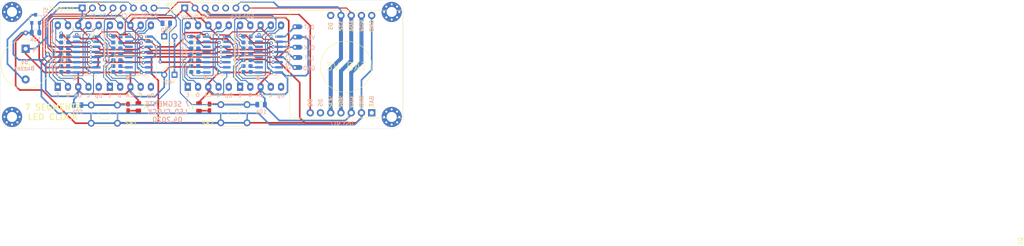
<source format=kicad_pcb>
(kicad_pcb (version 20171130) (host pcbnew "(5.1.5)-2")
  (layers (0 F.Cu signal) (31 B.Cu signal) (34 B.Paste user) (35 F.Paste user) (36 B.SilkS user) (37 F.SilkS user) (38 B.Mask user) (39 F.Mask user) (44 Edge.Cuts user))
  (net 0 "")
  (net 1 "Net-(R1-Pad1)")
  (net 2 "Net-(R1-Pad2)")
  (net 3 "Net-(R2-Pad2)")
  (net 4 "Net-(R2-Pad1)")
  (net 5 "Net-(R3-Pad1)")
  (net 6 "Net-(R3-Pad2)")
  (net 7 "Net-(R4-Pad2)")
  (net 8 "Net-(R4-Pad1)")
  (net 9 "Net-(R5-Pad1)")
  (net 10 "Net-(R5-Pad2)")
  (net 11 "Net-(R6-Pad2)")
  (net 12 "Net-(R6-Pad1)")
  (net 13 "Net-(R7-Pad1)")
  (net 14 "Net-(R7-Pad2)")
  (net 15 GND)
  (net 16 VDD)
  (net 17 "Net-(R9-Pad1)")
  (net 18 "Net-(R9-Pad2)")
  (net 19 "Net-(R10-Pad2)")
  (net 20 "Net-(R10-Pad1)")
  (net 21 "Net-(R11-Pad1)")
  (net 22 "Net-(R11-Pad2)")
  (net 23 "Net-(R12-Pad2)")
  (net 24 "Net-(R12-Pad1)")
  (net 25 "Net-(R13-Pad1)")
  (net 26 "Net-(R13-Pad2)")
  (net 27 "Net-(R14-Pad2)")
  (net 28 "Net-(R14-Pad1)")
  (net 29 "Net-(R15-Pad1)")
  (net 30 "Net-(R15-Pad2)")
  (net 31 "Net-(R17-Pad1)")
  (net 32 "Net-(R17-Pad2)")
  (net 33 "Net-(R18-Pad2)")
  (net 34 "Net-(R18-Pad1)")
  (net 35 "Net-(R19-Pad1)")
  (net 36 "Net-(R19-Pad2)")
  (net 37 "Net-(R20-Pad2)")
  (net 38 "Net-(R20-Pad1)")
  (net 39 "Net-(R21-Pad1)")
  (net 40 "Net-(R21-Pad2)")
  (net 41 "Net-(R22-Pad2)")
  (net 42 "Net-(R22-Pad1)")
  (net 43 "Net-(R23-Pad1)")
  (net 44 "Net-(R23-Pad2)")
  (net 45 "Net-(R25-Pad2)")
  (net 46 "Net-(R25-Pad1)")
  (net 47 "Net-(R26-Pad1)")
  (net 48 "Net-(R26-Pad2)")
  (net 49 "Net-(R27-Pad2)")
  (net 50 "Net-(R27-Pad1)")
  (net 51 "Net-(R28-Pad1)")
  (net 52 "Net-(R28-Pad2)")
  (net 53 "Net-(R29-Pad2)")
  (net 54 "Net-(R29-Pad1)")
  (net 55 "Net-(R30-Pad1)")
  (net 56 "Net-(R30-Pad2)")
  (net 57 "Net-(R31-Pad2)")
  (net 58 "Net-(R31-Pad1)")
  (net 59 /DAT)
  (net 60 /CLK)
  (net 61 /LAT)
  (net 62 /sheet5E8DD3E7/DATA_IN)
  (net 63 /sheet5E8DD7BC/DATA_IN)
  (net 64 /sheet5E8DDA44/DATA_IN)
  (net 65 /sheet5E8DDA44/DATA_OUT)
  (net 66 "Net-(D1-Pad2)")
  (net 67 "Net-(D1-Pad1)")
  (net 68 /sheet5E8DD3E7/DOTLED)
  (net 69 /Sheet5E8DB53D/DOTLED)
  (net 70 "Net-(U2-Pad5)")
  (net 71 "Net-(U4-Pad5)")
  (net 72 /sheet5E8DD7BC/DOTLED)
  (net 73 "Net-(U6-Pad5)")
  (net 74 /sheet5E8DDA44/DOTLED)
  (net 75 "Net-(U8-Pad5)")
  (net 76 "Net-(BZ1-Pad2)")
  (net 77 "Net-(U9-Pad12)")
  (net 78 /BUZZ)
  (net 79 /B1)
  (net 80 /B2)
  (net 81 /SCL)
  (net 82 /SDA)
  (net 83 /BAT)
  (net 84 /SQ)
  (net 85 "Net-(J2-Pad4)")
  (net 86 "Net-(J2-Pad5)")
  (net 87 /DS)
  (net 88 "Net-(D3-Pad2)")
  (net 89 "Net-(D4-Pad2)")
  (module MountingHole:MountingHole_2.5mm_Pad_Via (layer F.Cu) (at 132.5245 31.2547)
    (fp_text reference J1 hide)
    (fp_text value "Mounting hole M3" hide)
    (pad 1 thru_hole circle (at 1.325825 -1.325825) (size 0.8 0.8) (drill 0.5) (layers *.Cu *.Mask))
    (pad 1 thru_hole circle (at 0 -1.875) (size 0.8 0.8) (drill 0.5) (layers *.Cu *.Mask))
    (pad 1 thru_hole circle (at -1.325825 -1.325825) (size 0.8 0.8) (drill 0.5) (layers *.Cu *.Mask))
    (pad 1 thru_hole circle (at -1.875 0) (size 0.8 0.8) (drill 0.5) (layers *.Cu *.Mask))
    (pad 1 thru_hole circle (at -1.325825 1.325825) (size 0.8 0.8) (drill 0.5) (layers *.Cu *.Mask))
    (pad 1 thru_hole circle (at 0 1.875) (size 0.8 0.8) (drill 0.5) (layers *.Cu *.Mask))
    (pad 1 thru_hole circle (at 1.325825 1.325825) (size 0.8 0.8) (drill 0.5) (layers *.Cu *.Mask))
    (pad 1 thru_hole circle (at 1.875 0) (size 0.8 0.8) (drill 0.5) (layers *.Cu *.Mask))
    (pad 1 thru_hole circle (at 0 0) (size 5 5) (drill 2.5) (layers *.Cu *.Mask))
  )
  (module "" (layer F.Cu) (at 202.946 58.7375)
    (fp_text reference "" (at 177.6095 30.2895) (layer F.SilkS) (effects (font (size 1.27 1.27))))
    (fp_text value "" (at 177.6095 30.2895) (layer F.SilkS) (effects (font (size 1.27 1.27))))
    (fp_text user SQ (at 179.578 29.337 -90) (layer F.SilkS))
  )
  (module Connector_PinHeader_2.54mm:PinHeader_1x07_P2.54mm_Vertical (layer F.Cu) (at 175.3235 30.2895 90)
    (fp_text reference J2 hide)
    (fp_text value Conn_01x07)
    (pad 1 thru_hole rect (at 0 0 90) (size 1.7 1.7) (drill 1) (layers *.Cu *.Mask) (net 16 VDD))
    (pad 2 thru_hole oval (at 0 2.54 90) (size 1.7 1.7) (drill 1) (layers *.Cu *.Mask) (net 84 /SQ))
    (pad 3 thru_hole oval (at 0 5.08 90) (size 1.7 1.7) (drill 1) (layers *.Cu *.Mask) (net 84 /SQ))
    (pad 4 thru_hole oval (at 0 7.62 90) (size 1.7 1.7) (drill 1) (layers *.Cu *.Mask) (net 85 "Net-(J2-Pad4)"))
    (pad 5 thru_hole oval (at 0 10.16 90) (size 1.7 1.7) (drill 1) (layers *.Cu *.Mask) (net 86 "Net-(J2-Pad5)"))
    (pad 6 thru_hole oval (at 0 12.7 90) (size 1.7 1.7) (drill 1) (layers *.Cu *.Mask) (net 81 /SCL))
    (pad 7 thru_hole oval (at 0 15.24 90) (size 1.7 1.7) (drill 1) (layers *.Cu *.Mask) (net 82 /SDA))
  )
  (module "Triet_KiCAD_footprint_v1:Tiny RTC DS1307" (layer F.Cu) (at 214.0585 43.561 180)
    (fp_text reference U9 hide)
    (fp_text value Tiny_RTC_DS1307)
    (fp_text user "3V BAT" (at -1.27 -1.27) (layer F.SilkS) (effects (font (size 2 2))))
    (fp_text user DS (at 2.54 8.89 90) (layer F.SilkS))
    (fp_text user SCL (at 0 8.89 90) (layer F.SilkS))
    (fp_text user SDA (at -2.54 8.89 90) (layer F.SilkS))
    (fp_text user VDD (at -5.08 8.89 90) (layer F.SilkS))
    (fp_text user GND (at -7.62 8.89 90) (layer F.SilkS))
    (fp_text user SQ (at 7.62 -10.16 90) (layer F.SilkS))
    (fp_text user DS (at 5.08 -10.16 90) (layer F.SilkS))
    (fp_text user SCL (at 2.54 -10.16 90) (layer F.SilkS))
    (fp_text user SDA (at 0 -10.16 90) (layer F.SilkS))
    (fp_text user VDD (at -2.54 -10.16 90) (layer F.SilkS))
    (fp_text user GND (at -5.08 -10.16 90) (layer F.SilkS))
    (fp_text user BAT (at -7.62 -10.16 90) (layer F.SilkS))
    (pad 12 thru_hole circle (at 2.54 11.43 180) (size 1.8 1.8) (drill 1) (layers *.Cu *.Mask) (net 77 "Net-(U9-Pad12)"))
    (pad 11 thru_hole circle (at 0 11.43 180) (size 1.8 1.8) (drill 1) (layers *.Cu *.Mask) (net 81 /SCL))
    (pad 10 thru_hole circle (at -2.54 11.43 180) (size 1.8 1.8) (drill 1) (layers *.Cu *.Mask) (net 82 /SDA))
    (pad 9 thru_hole circle (at -5.08 11.43 180) (size 1.8 1.8) (drill 1) (layers *.Cu *.Mask) (net 16 VDD))
    (pad 8 thru_hole circle (at -7.62 11.43 180) (size 1.8 1.8) (drill 1) (layers *.Cu *.Mask) (net 84 /SQ))
    (pad 7 thru_hole circle (at 7.62 -12.7 180) (size 1.8 1.8) (drill 1) (layers *.Cu *.Mask) (net 84 /SQ))
    (pad 6 thru_hole circle (at 5.08 -12.7 180) (size 1.8 1.8) (drill 1) (layers *.Cu *.Mask) (net 87 /DS))
    (pad 5 thru_hole circle (at 2.54 -12.7 180) (size 1.8 1.8) (drill 1) (layers *.Cu *.Mask) (net 81 /SCL))
    (pad 4 thru_hole circle (at 0 -12.7 180) (size 1.8 1.8) (drill 1) (layers *.Cu *.Mask) (net 82 /SDA))
    (pad 3 thru_hole circle (at -2.54 -12.7 180) (size 1.8 1.8) (drill 1) (layers *.Cu *.Mask) (net 16 VDD))
    (pad 2 thru_hole circle (at -5.08 -12.7 180) (size 1.8 1.8) (drill 1) (layers *.Cu *.Mask) (net 84 /SQ))
    (pad 1 thru_hole rect (at -7.62 -12.7 180) (size 1.8 1.8) (drill 1) (layers *.Cu *.Mask) (net 83 /BAT))
  )
  (module MountingHole:MountingHole_2.5mm_Pad_Via (layer F.Cu) (at 132.5245 57.2897)
    (fp_text reference J2 hide)
    (fp_text value "Mounting hole M3" hide)
    (pad 1 thru_hole circle (at 0 0) (size 5 5) (drill 2.5) (layers *.Cu *.Mask))
    (pad 1 thru_hole circle (at 1.875 0) (size 0.8 0.8) (drill 0.5) (layers *.Cu *.Mask))
    (pad 1 thru_hole circle (at 1.325825 1.325825) (size 0.8 0.8) (drill 0.5) (layers *.Cu *.Mask))
    (pad 1 thru_hole circle (at 0 1.875) (size 0.8 0.8) (drill 0.5) (layers *.Cu *.Mask))
    (pad 1 thru_hole circle (at -1.325825 1.325825) (size 0.8 0.8) (drill 0.5) (layers *.Cu *.Mask))
    (pad 1 thru_hole circle (at -1.875 0) (size 0.8 0.8) (drill 0.5) (layers *.Cu *.Mask))
    (pad 1 thru_hole circle (at -1.325825 -1.325825) (size 0.8 0.8) (drill 0.5) (layers *.Cu *.Mask))
    (pad 1 thru_hole circle (at 0 -1.875) (size 0.8 0.8) (drill 0.5) (layers *.Cu *.Mask))
    (pad 1 thru_hole circle (at 1.325825 -1.325825) (size 0.8 0.8) (drill 0.5) (layers *.Cu *.Mask))
  )
  (module MountingHole:MountingHole_2.5mm_Pad_Via (layer F.Cu) (at 226.6315 31.2547)
    (fp_text reference J3 hide)
    (fp_text value "Mounting hole M3" hide)
    (pad 1 thru_hole circle (at 1.325825 -1.325825) (size 0.8 0.8) (drill 0.5) (layers *.Cu *.Mask))
    (pad 1 thru_hole circle (at 0 -1.875) (size 0.8 0.8) (drill 0.5) (layers *.Cu *.Mask))
    (pad 1 thru_hole circle (at -1.325825 -1.325825) (size 0.8 0.8) (drill 0.5) (layers *.Cu *.Mask))
    (pad 1 thru_hole circle (at -1.875 0) (size 0.8 0.8) (drill 0.5) (layers *.Cu *.Mask))
    (pad 1 thru_hole circle (at -1.325825 1.325825) (size 0.8 0.8) (drill 0.5) (layers *.Cu *.Mask))
    (pad 1 thru_hole circle (at 0 1.875) (size 0.8 0.8) (drill 0.5) (layers *.Cu *.Mask))
    (pad 1 thru_hole circle (at 1.325825 1.325825) (size 0.8 0.8) (drill 0.5) (layers *.Cu *.Mask))
    (pad 1 thru_hole circle (at 1.875 0) (size 0.8 0.8) (drill 0.5) (layers *.Cu *.Mask))
    (pad 1 thru_hole circle (at 0 0) (size 5 5) (drill 2.5) (layers *.Cu *.Mask))
  )
  (module MountingHole:MountingHole_2.5mm_Pad_Via (layer F.Cu) (at 226.6315 57.2897)
    (fp_text reference J4 hide)
    (fp_text value "Mounting hole M3" hide)
    (pad 1 thru_hole circle (at 0 0) (size 5 5) (drill 2.5) (layers *.Cu *.Mask))
    (pad 1 thru_hole circle (at 1.875 0) (size 0.8 0.8) (drill 0.5) (layers *.Cu *.Mask))
    (pad 1 thru_hole circle (at 1.325825 1.325825) (size 0.8 0.8) (drill 0.5) (layers *.Cu *.Mask))
    (pad 1 thru_hole circle (at 0 1.875) (size 0.8 0.8) (drill 0.5) (layers *.Cu *.Mask))
    (pad 1 thru_hole circle (at -1.325825 1.325825) (size 0.8 0.8) (drill 0.5) (layers *.Cu *.Mask))
    (pad 1 thru_hole circle (at -1.875 0) (size 0.8 0.8) (drill 0.5) (layers *.Cu *.Mask))
    (pad 1 thru_hole circle (at -1.325825 -1.325825) (size 0.8 0.8) (drill 0.5) (layers *.Cu *.Mask))
    (pad 1 thru_hole circle (at 0 -1.875) (size 0.8 0.8) (drill 0.5) (layers *.Cu *.Mask))
    (pad 1 thru_hole circle (at 1.325825 -1.325825) (size 0.8 0.8) (drill 0.5) (layers *.Cu *.Mask))
  )
  (module Display_7Segment:7SegmentLED_LTS6760_LTS6780 (layer F.Cu) (at 156.790601 49.821499 90)
    (fp_text reference U4 hide)
    (fp_text value KCSA02-105)
    (pad 1 thru_hole rect (at 0 0) (size 1.524 2) (drill 0.8) (layers *.Cu *.Mask) (net 25 "Net-(R13-Pad1)"))
    (pad 2 thru_hole oval (at 0 2.54) (size 1.524 2) (drill 0.8) (layers *.Cu *.Mask) (net 24 "Net-(R12-Pad1)"))
    (pad 3 thru_hole oval (at 0 5.08) (size 1.524 2) (drill 0.8) (layers *.Cu *.Mask) (net 16 VDD))
    (pad 4 thru_hole oval (at 0 7.62) (size 1.524 2) (drill 0.8) (layers *.Cu *.Mask) (net 21 "Net-(R11-Pad1)"))
    (pad 5 thru_hole oval (at 0 10.16) (size 1.524 2) (drill 0.8) (layers *.Cu *.Mask) (net 71 "Net-(U4-Pad5)"))
    (pad 6 thru_hole oval (at 15.24 10.16) (size 1.524 2) (drill 0.8) (layers *.Cu *.Mask) (net 20 "Net-(R10-Pad1)"))
    (pad 7 thru_hole oval (at 15.24 7.62) (size 1.524 2) (drill 0.8) (layers *.Cu *.Mask) (net 17 "Net-(R9-Pad1)"))
    (pad 8 thru_hole oval (at 15.24 5.08) (size 1.524 2) (drill 0.8) (layers *.Cu *.Mask) (net 16 VDD))
    (pad 9 thru_hole oval (at 15.24 2.54) (size 1.524 2) (drill 0.8) (layers *.Cu *.Mask) (net 28 "Net-(R14-Pad1)"))
    (pad 10 thru_hole oval (at 15.24 0) (size 1.524 2) (drill 0.8) (layers *.Cu *.Mask) (net 29 "Net-(R15-Pad1)"))
  )
  (module Resistor_SMD:R_0603_1608Metric_Pad1.05x0.95mm_HandSolder (layer B.Cu) (at 145.5674 38.8239)
    (fp_text reference R7 hide)
    (fp_text value 1k (at -2.7559 -0.0254 180) (layer B.SilkS) (effects (justify mirror)))
    (pad 1 smd roundrect (at -0.875 0) (size 1.05 0.95) (layers B.Cu B.Paste B.Mask) (net 13 "Net-(R7-Pad1)"))
    (pad 2 smd roundrect (at 0.875 0) (size 1.05 0.95) (layers B.Cu B.Paste B.Mask) (net 14 "Net-(R7-Pad2)"))
  )
  (module Resistor_SMD:R_0603_1608Metric_Pad1.05x0.95mm_HandSolder (layer B.Cu) (at 145.5814 37.3634 180)
    (fp_text reference R1 hide)
    (fp_text value 1k (at 2.7699 0.0254 180) (layer B.SilkS) (effects (justify mirror)))
    (pad 1 smd roundrect (at -0.875 0 180) (size 1.05 0.95) (layers B.Cu B.Paste B.Mask) (net 1 "Net-(R1-Pad1)"))
    (pad 2 smd roundrect (at 0.875 0 180) (size 1.05 0.95) (layers B.Cu B.Paste B.Mask) (net 2 "Net-(R1-Pad2)"))
  )
  (module Resistor_SMD:R_0603_1608Metric_Pad1.05x0.95mm_HandSolder (layer B.Cu) (at 145.5814 46.1264)
    (fp_text reference R2 hide)
    (fp_text value 1k (at -2.6429 0.0381) (layer B.SilkS) (effects (justify mirror)))
    (pad 2 smd roundrect (at 0.875 0) (size 1.05 0.95) (layers B.Cu B.Paste B.Mask) (net 3 "Net-(R2-Pad2)"))
    (pad 1 smd roundrect (at -0.875 0) (size 1.05 0.95) (layers B.Cu B.Paste B.Mask) (net 4 "Net-(R2-Pad1)"))
  )
  (module Resistor_SMD:R_0603_1608Metric_Pad1.05x0.95mm_HandSolder (layer B.Cu) (at 145.5674 44.6659)
    (fp_text reference R3 hide)
    (fp_text value 1k (at -2.6924 -0.0254 180) (layer B.SilkS) (effects (justify mirror)))
    (pad 1 smd roundrect (at -0.875 0) (size 1.05 0.95) (layers B.Cu B.Paste B.Mask) (net 5 "Net-(R3-Pad1)"))
    (pad 2 smd roundrect (at 0.875 0) (size 1.05 0.95) (layers B.Cu B.Paste B.Mask) (net 6 "Net-(R3-Pad2)"))
  )
  (module Resistor_SMD:R_0603_1608Metric_Pad1.05x0.95mm_HandSolder (layer B.Cu) (at 145.5674 43.2054)
    (fp_text reference R4 hide)
    (fp_text value 1k (at -2.7559 -0.0254 180) (layer B.SilkS) (effects (justify mirror)))
    (pad 2 smd roundrect (at 0.875 0) (size 1.05 0.95) (layers B.Cu B.Paste B.Mask) (net 7 "Net-(R4-Pad2)"))
    (pad 1 smd roundrect (at -0.875 0) (size 1.05 0.95) (layers B.Cu B.Paste B.Mask) (net 8 "Net-(R4-Pad1)"))
  )
  (module Resistor_SMD:R_0603_1608Metric_Pad1.05x0.95mm_HandSolder (layer B.Cu) (at 145.5674 41.7449)
    (fp_text reference R5 (at 0 1.43 180) (layer B.SilkS) (effects (justify mirror)))
    (fp_text value 1k (at -2.7559 -0.0254 180) (layer B.SilkS) (effects (justify mirror)))
    (pad 1 smd roundrect (at -0.875 0) (size 1.05 0.95) (layers B.Cu B.Paste B.Mask) (net 9 "Net-(R5-Pad1)"))
    (pad 2 smd roundrect (at 0.875 0) (size 1.05 0.95) (layers B.Cu B.Paste B.Mask) (net 10 "Net-(R5-Pad2)"))
  )
  (module Resistor_SMD:R_0603_1608Metric_Pad1.05x0.95mm_HandSolder (layer B.Cu) (at 145.5674 40.2844)
    (fp_text reference R6 hide)
    (fp_text value 1k (at -2.7559 -0.0254 180) (layer B.SilkS) (effects (justify mirror)))
    (pad 2 smd roundrect (at 0.875 0) (size 1.05 0.95) (layers B.Cu B.Paste B.Mask) (net 11 "Net-(R6-Pad2)"))
    (pad 1 smd roundrect (at -0.875 0) (size 1.05 0.95) (layers B.Cu B.Paste B.Mask) (net 12 "Net-(R6-Pad1)"))
  )
  (module Package_SO:SOIC-16_3.9x9.9mm_P1.27mm (layer B.Cu) (at 151.0269 41.8084)
    (fp_text reference U1 hide)
    (fp_text value 74HC595)
    (pad 16 smd roundrect (at 2.475 4.445) (size 1.95 0.6) (layers B.Cu B.Paste B.Mask) (net 16 VDD))
    (pad 15 smd roundrect (at 2.475 3.175) (size 1.95 0.6) (layers B.Cu B.Paste B.Mask) (net 2 "Net-(R1-Pad2)"))
    (pad 14 smd roundrect (at 2.475 1.905) (size 1.95 0.6) (layers B.Cu B.Paste B.Mask) (net 59 /DAT))
    (pad 13 smd roundrect (at 2.475 0.635) (size 1.95 0.6) (layers B.Cu B.Paste B.Mask) (net 84 /SQ))
    (pad 12 smd roundrect (at 2.475 -0.635) (size 1.95 0.6) (layers B.Cu B.Paste B.Mask) (net 61 /LAT))
    (pad 11 smd roundrect (at 2.475 -1.905) (size 1.95 0.6) (layers B.Cu B.Paste B.Mask) (net 60 /CLK))
    (pad 10 smd roundrect (at 2.475 -3.175) (size 1.95 0.6) (layers B.Cu B.Paste B.Mask) (net 16 VDD))
    (pad 9 smd roundrect (at 2.475 -4.445) (size 1.95 0.6) (layers B.Cu B.Paste B.Mask) (net 62 /sheet5E8DD3E7/DATA_IN))
    (pad 8 smd roundrect (at -2.475 -4.445) (size 1.95 0.6) (layers B.Cu B.Paste B.Mask) (net 84 /SQ))
    (pad 7 smd roundrect (at -2.475 -3.175) (size 1.95 0.6) (layers B.Cu B.Paste B.Mask) (net 69 /Sheet5E8DB53D/DOTLED))
    (pad 6 smd roundrect (at -2.475 -1.905) (size 1.95 0.6) (layers B.Cu B.Paste B.Mask) (net 14 "Net-(R7-Pad2)"))
    (pad 5 smd roundrect (at -2.475 -0.635) (size 1.95 0.6) (layers B.Cu B.Paste B.Mask) (net 11 "Net-(R6-Pad2)"))
    (pad 4 smd roundrect (at -2.475 0.635) (size 1.95 0.6) (layers B.Cu B.Paste B.Mask) (net 10 "Net-(R5-Pad2)"))
    (pad 3 smd roundrect (at -2.475 1.905) (size 1.95 0.6) (layers B.Cu B.Paste B.Mask) (net 7 "Net-(R4-Pad2)"))
    (pad 2 smd roundrect (at -2.475 3.175) (size 1.95 0.6) (layers B.Cu B.Paste B.Mask) (net 6 "Net-(R3-Pad2)"))
    (pad 1 smd roundrect (at -2.475 4.445) (size 1.95 0.6) (layers B.Cu B.Paste B.Mask) (net 3 "Net-(R2-Pad2)"))
  )
  (module Display_7Segment:7SegmentLED_LTS6760_LTS6780 (layer F.Cu) (at 143.8529 49.8221 90)
    (fp_text reference U2 hide)
    (fp_text value KCSA02-105)
    (pad 1 thru_hole rect (at 0 0) (size 1.524 2) (drill 0.8) (layers *.Cu *.Mask) (net 9 "Net-(R5-Pad1)"))
    (pad 2 thru_hole oval (at 0 2.54) (size 1.524 2) (drill 0.8) (layers *.Cu *.Mask) (net 8 "Net-(R4-Pad1)"))
    (pad 3 thru_hole oval (at 0 5.08) (size 1.524 2) (drill 0.8) (layers *.Cu *.Mask) (net 16 VDD))
    (pad 4 thru_hole oval (at 0 7.62) (size 1.524 2) (drill 0.8) (layers *.Cu *.Mask) (net 5 "Net-(R3-Pad1)"))
    (pad 5 thru_hole oval (at 0 10.16) (size 1.524 2) (drill 0.8) (layers *.Cu *.Mask) (net 70 "Net-(U2-Pad5)"))
    (pad 6 thru_hole oval (at 15.24 10.16) (size 1.524 2) (drill 0.8) (layers *.Cu *.Mask) (net 4 "Net-(R2-Pad1)"))
    (pad 7 thru_hole oval (at 15.24 7.62) (size 1.524 2) (drill 0.8) (layers *.Cu *.Mask) (net 1 "Net-(R1-Pad1)"))
    (pad 8 thru_hole oval (at 15.24 5.08) (size 1.524 2) (drill 0.8) (layers *.Cu *.Mask) (net 16 VDD))
    (pad 9 thru_hole oval (at 15.24 2.54) (size 1.524 2) (drill 0.8) (layers *.Cu *.Mask) (net 12 "Net-(R6-Pad1)"))
    (pad 10 thru_hole oval (at 15.24 0) (size 1.524 2) (drill 0.8) (layers *.Cu *.Mask) (net 13 "Net-(R7-Pad1)"))
  )
  (module Resistor_SMD:R_0603_1608Metric_Pad1.05x0.95mm_HandSolder (layer B.Cu) (at 158.519101 37.362799 180)
    (fp_text reference R9 hide)
    (fp_text value 1k (at 2.563101 0.024799 180) (layer B.SilkS) (effects (justify mirror)))
    (pad 2 smd roundrect (at 0.875 0 180) (size 1.05 0.95) (layers B.Cu B.Paste B.Mask) (net 18 "Net-(R9-Pad2)"))
    (pad 1 smd roundrect (at -0.875 0 180) (size 1.05 0.95) (layers B.Cu B.Paste B.Mask) (net 17 "Net-(R9-Pad1)"))
  )
  (module Resistor_SMD:R_0603_1608Metric_Pad1.05x0.95mm_HandSolder (layer B.Cu) (at 158.519101 46.125799)
    (fp_text reference R10 hide)
    (fp_text value 1k (at -2.563101 -0.024799) (layer B.SilkS) (effects (justify mirror)))
    (pad 1 smd roundrect (at -0.875 0) (size 1.05 0.95) (layers B.Cu B.Paste B.Mask) (net 20 "Net-(R10-Pad1)"))
    (pad 2 smd roundrect (at 0.875 0) (size 1.05 0.95) (layers B.Cu B.Paste B.Mask) (net 19 "Net-(R10-Pad2)"))
  )
  (module Resistor_SMD:R_0603_1608Metric_Pad1.05x0.95mm_HandSolder (layer B.Cu) (at 158.505101 44.665299)
    (fp_text reference R11 hide)
    (fp_text value 1k (at -2.612601 -0.024799 180) (layer B.SilkS) (effects (justify mirror)))
    (pad 2 smd roundrect (at 0.875 0) (size 1.05 0.95) (layers B.Cu B.Paste B.Mask) (net 22 "Net-(R11-Pad2)"))
    (pad 1 smd roundrect (at -0.875 0) (size 1.05 0.95) (layers B.Cu B.Paste B.Mask) (net 21 "Net-(R11-Pad1)"))
  )
  (module Resistor_SMD:R_0603_1608Metric_Pad1.05x0.95mm_HandSolder (layer B.Cu) (at 158.505101 43.204799)
    (fp_text reference R12 hide)
    (fp_text value 1k (at -2.612601 -0.024799 180) (layer B.SilkS) (effects (justify mirror)))
    (pad 1 smd roundrect (at -0.875 0) (size 1.05 0.95) (layers B.Cu B.Paste B.Mask) (net 24 "Net-(R12-Pad1)"))
    (pad 2 smd roundrect (at 0.875 0) (size 1.05 0.95) (layers B.Cu B.Paste B.Mask) (net 23 "Net-(R12-Pad2)"))
  )
  (module Resistor_SMD:R_0603_1608Metric_Pad1.05x0.95mm_HandSolder (layer B.Cu) (at 158.505101 41.744299)
    (fp_text reference R13 hide)
    (fp_text value 1k (at -2.612601 0.038701 180) (layer B.SilkS) (effects (justify mirror)))
    (pad 2 smd roundrect (at 0.875 0) (size 1.05 0.95) (layers B.Cu B.Paste B.Mask) (net 26 "Net-(R13-Pad2)"))
    (pad 1 smd roundrect (at -0.875 0) (size 1.05 0.95) (layers B.Cu B.Paste B.Mask) (net 25 "Net-(R13-Pad1)"))
  )
  (module Resistor_SMD:R_0603_1608Metric_Pad1.05x0.95mm_HandSolder (layer B.Cu) (at 158.505101 40.283799)
    (fp_text reference R14 hide)
    (fp_text value 1k (at -2.549101 0.038701 180) (layer B.SilkS) (effects (justify mirror)))
    (pad 1 smd roundrect (at -0.875 0) (size 1.05 0.95) (layers B.Cu B.Paste B.Mask) (net 28 "Net-(R14-Pad1)"))
    (pad 2 smd roundrect (at 0.875 0) (size 1.05 0.95) (layers B.Cu B.Paste B.Mask) (net 27 "Net-(R14-Pad2)"))
  )
  (module Resistor_SMD:R_0603_1608Metric_Pad1.05x0.95mm_HandSolder (layer B.Cu) (at 158.505101 38.823299)
    (fp_text reference R15 hide)
    (fp_text value 1k (at -2.549101 0.038701 180) (layer B.SilkS) (effects (justify mirror)))
    (pad 2 smd roundrect (at 0.875 0) (size 1.05 0.95) (layers B.Cu B.Paste B.Mask) (net 30 "Net-(R15-Pad2)"))
    (pad 1 smd roundrect (at -0.875 0) (size 1.05 0.95) (layers B.Cu B.Paste B.Mask) (net 29 "Net-(R15-Pad1)"))
  )
  (module Package_SO:SOIC-16_3.9x9.9mm_P1.27mm (layer B.Cu) (at 163.964601 41.807799)
    (fp_text reference U3 hide)
    (fp_text value 74HC595)
    (pad 16 smd roundrect (at 2.475 4.445) (size 1.95 0.6) (layers B.Cu B.Paste B.Mask) (net 16 VDD))
    (pad 15 smd roundrect (at 2.475 3.175) (size 1.95 0.6) (layers B.Cu B.Paste B.Mask) (net 18 "Net-(R9-Pad2)"))
    (pad 14 smd roundrect (at 2.475 1.905) (size 1.95 0.6) (layers B.Cu B.Paste B.Mask) (net 62 /sheet5E8DD3E7/DATA_IN))
    (pad 13 smd roundrect (at 2.475 0.635) (size 1.95 0.6) (layers B.Cu B.Paste B.Mask) (net 84 /SQ))
    (pad 12 smd roundrect (at 2.475 -0.635) (size 1.95 0.6) (layers B.Cu B.Paste B.Mask) (net 61 /LAT))
    (pad 11 smd roundrect (at 2.475 -1.905) (size 1.95 0.6) (layers B.Cu B.Paste B.Mask) (net 60 /CLK))
    (pad 10 smd roundrect (at 2.475 -3.175) (size 1.95 0.6) (layers B.Cu B.Paste B.Mask) (net 16 VDD))
    (pad 9 smd roundrect (at 2.475 -4.445) (size 1.95 0.6) (layers B.Cu B.Paste B.Mask) (net 63 /sheet5E8DD7BC/DATA_IN))
    (pad 8 smd roundrect (at -2.475 -4.445) (size 1.95 0.6) (layers B.Cu B.Paste B.Mask) (net 84 /SQ))
    (pad 7 smd roundrect (at -2.475 -3.175) (size 1.95 0.6) (layers B.Cu B.Paste B.Mask) (net 68 /sheet5E8DD3E7/DOTLED))
    (pad 6 smd roundrect (at -2.475 -1.905) (size 1.95 0.6) (layers B.Cu B.Paste B.Mask) (net 30 "Net-(R15-Pad2)"))
    (pad 5 smd roundrect (at -2.475 -0.635) (size 1.95 0.6) (layers B.Cu B.Paste B.Mask) (net 27 "Net-(R14-Pad2)"))
    (pad 4 smd roundrect (at -2.475 0.635) (size 1.95 0.6) (layers B.Cu B.Paste B.Mask) (net 26 "Net-(R13-Pad2)"))
    (pad 3 smd roundrect (at -2.475 1.905) (size 1.95 0.6) (layers B.Cu B.Paste B.Mask) (net 23 "Net-(R12-Pad2)"))
    (pad 2 smd roundrect (at -2.475 3.175) (size 1.95 0.6) (layers B.Cu B.Paste B.Mask) (net 22 "Net-(R11-Pad2)"))
    (pad 1 smd roundrect (at -2.475 4.445) (size 1.95 0.6) (layers B.Cu B.Paste B.Mask) (net 19 "Net-(R10-Pad2)"))
  )
  (module Resistor_SMD:R_0603_1608Metric_Pad1.05x0.95mm_HandSolder (layer B.Cu) (at 177.823101 37.362799 180)
    (fp_text reference R17 hide)
    (fp_text value 1k (at 2.563101 0.024799 180) (layer B.SilkS) (effects (justify mirror)))
    (pad 2 smd roundrect (at 0.875 0 180) (size 1.05 0.95) (layers B.Cu B.Paste B.Mask) (net 32 "Net-(R17-Pad2)"))
    (pad 1 smd roundrect (at -0.875 0 180) (size 1.05 0.95) (layers B.Cu B.Paste B.Mask) (net 31 "Net-(R17-Pad1)"))
  )
  (module Resistor_SMD:R_0603_1608Metric_Pad1.05x0.95mm_HandSolder (layer B.Cu) (at 177.823101 46.125799)
    (fp_text reference R18 hide)
    (fp_text value 1k (at -2.690101 0.038701) (layer B.SilkS) (effects (justify mirror)))
    (pad 1 smd roundrect (at -0.875 0) (size 1.05 0.95) (layers B.Cu B.Paste B.Mask) (net 34 "Net-(R18-Pad1)"))
    (pad 2 smd roundrect (at 0.875 0) (size 1.05 0.95) (layers B.Cu B.Paste B.Mask) (net 33 "Net-(R18-Pad2)"))
  )
  (module Resistor_SMD:R_0603_1608Metric_Pad1.05x0.95mm_HandSolder (layer B.Cu) (at 177.809101 44.665299)
    (fp_text reference R19 hide)
    (fp_text value 1k (at -2.612601 0.038701 180) (layer B.SilkS) (effects (justify mirror)))
    (pad 2 smd roundrect (at 0.875 0) (size 1.05 0.95) (layers B.Cu B.Paste B.Mask) (net 36 "Net-(R19-Pad2)"))
    (pad 1 smd roundrect (at -0.875 0) (size 1.05 0.95) (layers B.Cu B.Paste B.Mask) (net 35 "Net-(R19-Pad1)"))
  )
  (module Resistor_SMD:R_0603_1608Metric_Pad1.05x0.95mm_HandSolder (layer B.Cu) (at 177.809101 43.204799)
    (fp_text reference R20 hide)
    (fp_text value 1k (at -2.612601 -0.024799 180) (layer B.SilkS) (effects (justify mirror)))
    (pad 1 smd roundrect (at -0.875 0) (size 1.05 0.95) (layers B.Cu B.Paste B.Mask) (net 38 "Net-(R20-Pad1)"))
    (pad 2 smd roundrect (at 0.875 0) (size 1.05 0.95) (layers B.Cu B.Paste B.Mask) (net 37 "Net-(R20-Pad2)"))
  )
  (module Resistor_SMD:R_0603_1608Metric_Pad1.05x0.95mm_HandSolder (layer B.Cu) (at 177.809101 41.744299)
    (fp_text reference R21 hide)
    (fp_text value 1k (at -2.612601 0.038701 180) (layer B.SilkS) (effects (justify mirror)))
    (pad 2 smd roundrect (at 0.875 0) (size 1.05 0.95) (layers B.Cu B.Paste B.Mask) (net 40 "Net-(R21-Pad2)"))
    (pad 1 smd roundrect (at -0.875 0) (size 1.05 0.95) (layers B.Cu B.Paste B.Mask) (net 39 "Net-(R21-Pad1)"))
  )
  (module Resistor_SMD:R_0603_1608Metric_Pad1.05x0.95mm_HandSolder (layer B.Cu) (at 177.809101 40.283799)
    (fp_text reference R22 hide)
    (fp_text value 1k (at -2.612601 -0.024799 180) (layer B.SilkS) (effects (justify mirror)))
    (pad 1 smd roundrect (at -0.875 0) (size 1.05 0.95) (layers B.Cu B.Paste B.Mask) (net 42 "Net-(R22-Pad1)"))
    (pad 2 smd roundrect (at 0.875 0) (size 1.05 0.95) (layers B.Cu B.Paste B.Mask) (net 41 "Net-(R22-Pad2)"))
  )
  (module Resistor_SMD:R_0603_1608Metric_Pad1.05x0.95mm_HandSolder (layer B.Cu) (at 177.809101 38.823299)
    (fp_text reference R23 hide)
    (fp_text value 1k (at -2.549101 0.038701 180) (layer B.SilkS) (effects (justify mirror)))
    (pad 2 smd roundrect (at 0.875 0) (size 1.05 0.95) (layers B.Cu B.Paste B.Mask) (net 44 "Net-(R23-Pad2)"))
    (pad 1 smd roundrect (at -0.875 0) (size 1.05 0.95) (layers B.Cu B.Paste B.Mask) (net 43 "Net-(R23-Pad1)"))
  )
  (module Resistor_SMD:R_0603_1608Metric_Pad1.05x0.95mm_HandSolder (layer B.Cu) (at 190.774001 37.362799 180)
    (fp_text reference R25 hide)
    (fp_text value 1k (at 2.560001 -0.038701 180) (layer B.SilkS) (effects (justify mirror)))
    (pad 1 smd roundrect (at -0.875 0 180) (size 1.05 0.95) (layers B.Cu B.Paste B.Mask) (net 46 "Net-(R25-Pad1)"))
    (pad 2 smd roundrect (at 0.875 0 180) (size 1.05 0.95) (layers B.Cu B.Paste B.Mask) (net 45 "Net-(R25-Pad2)"))
  )
  (module Resistor_SMD:R_0603_1608Metric_Pad1.05x0.95mm_HandSolder (layer B.Cu) (at 190.774001 46.125799)
    (fp_text reference R26 hide)
    (fp_text value 1k (at -2.496501 -0.024799) (layer B.SilkS) (effects (justify mirror)))
    (pad 2 smd roundrect (at 0.875 0) (size 1.05 0.95) (layers B.Cu B.Paste B.Mask) (net 48 "Net-(R26-Pad2)"))
    (pad 1 smd roundrect (at -0.875 0) (size 1.05 0.95) (layers B.Cu B.Paste B.Mask) (net 47 "Net-(R26-Pad1)"))
  )
  (module Resistor_SMD:R_0603_1608Metric_Pad1.05x0.95mm_HandSolder (layer B.Cu) (at 190.760001 44.665299)
    (fp_text reference R27 hide)
    (fp_text value 1k (at -2.546001 -0.024799 180) (layer B.SilkS) (effects (justify mirror)))
    (pad 1 smd roundrect (at -0.875 0) (size 1.05 0.95) (layers B.Cu B.Paste B.Mask) (net 50 "Net-(R27-Pad1)"))
    (pad 2 smd roundrect (at 0.875 0) (size 1.05 0.95) (layers B.Cu B.Paste B.Mask) (net 49 "Net-(R27-Pad2)"))
  )
  (module Resistor_SMD:R_0603_1608Metric_Pad1.05x0.95mm_HandSolder (layer B.Cu) (at 190.760001 43.204799)
    (fp_text reference R28 hide)
    (fp_text value 1k (at -2.546001 0.038701 180) (layer B.SilkS) (effects (justify mirror)))
    (pad 2 smd roundrect (at 0.875 0) (size 1.05 0.95) (layers B.Cu B.Paste B.Mask) (net 52 "Net-(R28-Pad2)"))
    (pad 1 smd roundrect (at -0.875 0) (size 1.05 0.95) (layers B.Cu B.Paste B.Mask) (net 51 "Net-(R28-Pad1)"))
  )
  (module Resistor_SMD:R_0603_1608Metric_Pad1.05x0.95mm_HandSolder (layer B.Cu) (at 190.760001 41.744299)
    (fp_text reference R29 hide)
    (fp_text value 1k (at -2.482501 0.038701 180) (layer B.SilkS) (effects (justify mirror)))
    (pad 1 smd roundrect (at -0.875 0) (size 1.05 0.95) (layers B.Cu B.Paste B.Mask) (net 54 "Net-(R29-Pad1)"))
    (pad 2 smd roundrect (at 0.875 0) (size 1.05 0.95) (layers B.Cu B.Paste B.Mask) (net 53 "Net-(R29-Pad2)"))
  )
  (module Resistor_SMD:R_0603_1608Metric_Pad1.05x0.95mm_HandSolder (layer B.Cu) (at 190.760001 40.283799)
    (fp_text reference R30 hide)
    (fp_text value 1k (at -2.482501 -0.024799 180) (layer B.SilkS) (effects (justify mirror)))
    (pad 2 smd roundrect (at 0.875 0) (size 1.05 0.95) (layers B.Cu B.Paste B.Mask) (net 56 "Net-(R30-Pad2)"))
    (pad 1 smd roundrect (at -0.875 0) (size 1.05 0.95) (layers B.Cu B.Paste B.Mask) (net 55 "Net-(R30-Pad1)"))
  )
  (module Resistor_SMD:R_0603_1608Metric_Pad1.05x0.95mm_HandSolder (layer B.Cu) (at 190.760001 38.823299)
    (fp_text reference R31 hide)
    (fp_text value 1k (at -2.482501 -0.024799 180) (layer B.SilkS) (effects (justify mirror)))
    (pad 1 smd roundrect (at -0.875 0) (size 1.05 0.95) (layers B.Cu B.Paste B.Mask) (net 58 "Net-(R31-Pad1)"))
    (pad 2 smd roundrect (at 0.875 0) (size 1.05 0.95) (layers B.Cu B.Paste B.Mask) (net 57 "Net-(R31-Pad2)"))
  )
  (module Package_SO:SOIC-16_3.9x9.9mm_P1.27mm (layer B.Cu) (at 183.268601 41.807799)
    (fp_text reference U5 hide)
    (fp_text value 74HC595)
    (pad 16 smd roundrect (at 2.475 4.445) (size 1.95 0.6) (layers B.Cu B.Paste B.Mask) (net 16 VDD))
    (pad 15 smd roundrect (at 2.475 3.175) (size 1.95 0.6) (layers B.Cu B.Paste B.Mask) (net 32 "Net-(R17-Pad2)"))
    (pad 14 smd roundrect (at 2.475 1.905) (size 1.95 0.6) (layers B.Cu B.Paste B.Mask) (net 63 /sheet5E8DD7BC/DATA_IN))
    (pad 13 smd roundrect (at 2.475 0.635) (size 1.95 0.6) (layers B.Cu B.Paste B.Mask) (net 84 /SQ))
    (pad 12 smd roundrect (at 2.475 -0.635) (size 1.95 0.6) (layers B.Cu B.Paste B.Mask) (net 61 /LAT))
    (pad 11 smd roundrect (at 2.475 -1.905) (size 1.95 0.6) (layers B.Cu B.Paste B.Mask) (net 60 /CLK))
    (pad 10 smd roundrect (at 2.475 -3.175) (size 1.95 0.6) (layers B.Cu B.Paste B.Mask) (net 16 VDD))
    (pad 9 smd roundrect (at 2.475 -4.445) (size 1.95 0.6) (layers B.Cu B.Paste B.Mask) (net 64 /sheet5E8DDA44/DATA_IN))
    (pad 8 smd roundrect (at -2.475 -4.445) (size 1.95 0.6) (layers B.Cu B.Paste B.Mask) (net 84 /SQ))
    (pad 7 smd roundrect (at -2.475 -3.175) (size 1.95 0.6) (layers B.Cu B.Paste B.Mask) (net 72 /sheet5E8DD7BC/DOTLED))
    (pad 6 smd roundrect (at -2.475 -1.905) (size 1.95 0.6) (layers B.Cu B.Paste B.Mask) (net 44 "Net-(R23-Pad2)"))
    (pad 5 smd roundrect (at -2.475 -0.635) (size 1.95 0.6) (layers B.Cu B.Paste B.Mask) (net 41 "Net-(R22-Pad2)"))
    (pad 4 smd roundrect (at -2.475 0.635) (size 1.95 0.6) (layers B.Cu B.Paste B.Mask) (net 40 "Net-(R21-Pad2)"))
    (pad 3 smd roundrect (at -2.475 1.905) (size 1.95 0.6) (layers B.Cu B.Paste B.Mask) (net 37 "Net-(R20-Pad2)"))
    (pad 2 smd roundrect (at -2.475 3.175) (size 1.95 0.6) (layers B.Cu B.Paste B.Mask) (net 36 "Net-(R19-Pad2)"))
    (pad 1 smd roundrect (at -2.475 4.445) (size 1.95 0.6) (layers B.Cu B.Paste B.Mask) (net 33 "Net-(R18-Pad2)"))
  )
  (module Display_7Segment:7SegmentLED_LTS6760_LTS6780 (layer F.Cu) (at 176.094601 49.821499 90)
    (fp_text reference U6 hide)
    (fp_text value KCSA02-105)
    (pad 10 thru_hole oval (at 15.24 0) (size 1.524 2) (drill 0.8) (layers *.Cu *.Mask) (net 43 "Net-(R23-Pad1)"))
    (pad 9 thru_hole oval (at 15.24 2.54) (size 1.524 2) (drill 0.8) (layers *.Cu *.Mask) (net 42 "Net-(R22-Pad1)"))
    (pad 8 thru_hole oval (at 15.24 5.08) (size 1.524 2) (drill 0.8) (layers *.Cu *.Mask) (net 16 VDD))
    (pad 7 thru_hole oval (at 15.24 7.62) (size 1.524 2) (drill 0.8) (layers *.Cu *.Mask) (net 31 "Net-(R17-Pad1)"))
    (pad 6 thru_hole oval (at 15.24 10.16) (size 1.524 2) (drill 0.8) (layers *.Cu *.Mask) (net 34 "Net-(R18-Pad1)"))
    (pad 5 thru_hole oval (at 0 10.16) (size 1.524 2) (drill 0.8) (layers *.Cu *.Mask) (net 73 "Net-(U6-Pad5)"))
    (pad 4 thru_hole oval (at 0 7.62) (size 1.524 2) (drill 0.8) (layers *.Cu *.Mask) (net 35 "Net-(R19-Pad1)"))
    (pad 3 thru_hole oval (at 0 5.08) (size 1.524 2) (drill 0.8) (layers *.Cu *.Mask) (net 16 VDD))
    (pad 2 thru_hole oval (at 0 2.54) (size 1.524 2) (drill 0.8) (layers *.Cu *.Mask) (net 38 "Net-(R20-Pad1)"))
    (pad 1 thru_hole rect (at 0 0) (size 1.524 2) (drill 0.8) (layers *.Cu *.Mask) (net 39 "Net-(R21-Pad1)"))
  )
  (module Package_SO:SOIC-16_3.9x9.9mm_P1.27mm (layer B.Cu) (at 196.219501 41.807799)
    (fp_text reference U7 hide)
    (fp_text value 74HC595)
    (pad 1 smd roundrect (at -2.475 4.445) (size 1.95 0.6) (layers B.Cu B.Paste B.Mask) (net 48 "Net-(R26-Pad2)"))
    (pad 2 smd roundrect (at -2.475 3.175) (size 1.95 0.6) (layers B.Cu B.Paste B.Mask) (net 49 "Net-(R27-Pad2)"))
    (pad 3 smd roundrect (at -2.475 1.905) (size 1.95 0.6) (layers B.Cu B.Paste B.Mask) (net 52 "Net-(R28-Pad2)"))
    (pad 4 smd roundrect (at -2.475 0.635) (size 1.95 0.6) (layers B.Cu B.Paste B.Mask) (net 53 "Net-(R29-Pad2)"))
    (pad 5 smd roundrect (at -2.475 -0.635) (size 1.95 0.6) (layers B.Cu B.Paste B.Mask) (net 56 "Net-(R30-Pad2)"))
    (pad 6 smd roundrect (at -2.475 -1.905) (size 1.95 0.6) (layers B.Cu B.Paste B.Mask) (net 57 "Net-(R31-Pad2)"))
    (pad 7 smd roundrect (at -2.475 -3.175) (size 1.95 0.6) (layers B.Cu B.Paste B.Mask) (net 74 /sheet5E8DDA44/DOTLED))
    (pad 8 smd roundrect (at -2.475 -4.445) (size 1.95 0.6) (layers B.Cu B.Paste B.Mask) (net 84 /SQ))
    (pad 9 smd roundrect (at 2.475 -4.445) (size 1.95 0.6) (layers B.Cu B.Paste B.Mask) (net 65 /sheet5E8DDA44/DATA_OUT))
    (pad 10 smd roundrect (at 2.475 -3.175) (size 1.95 0.6) (layers B.Cu B.Paste B.Mask) (net 16 VDD))
    (pad 11 smd roundrect (at 2.475 -1.905) (size 1.95 0.6) (layers B.Cu B.Paste B.Mask) (net 60 /CLK))
    (pad 12 smd roundrect (at 2.475 -0.635) (size 1.95 0.6) (layers B.Cu B.Paste B.Mask) (net 61 /LAT))
    (pad 13 smd roundrect (at 2.475 0.635) (size 1.95 0.6) (layers B.Cu B.Paste B.Mask) (net 84 /SQ))
    (pad 14 smd roundrect (at 2.475 1.905) (size 1.95 0.6) (layers B.Cu B.Paste B.Mask) (net 64 /sheet5E8DDA44/DATA_IN))
    (pad 15 smd roundrect (at 2.475 3.175) (size 1.95 0.6) (layers B.Cu B.Paste B.Mask) (net 45 "Net-(R25-Pad2)"))
    (pad 16 smd roundrect (at 2.475 4.445) (size 1.95 0.6) (layers B.Cu B.Paste B.Mask) (net 16 VDD))
  )
  (module Display_7Segment:7SegmentLED_LTS6760_LTS6780 (layer F.Cu) (at 189.045501 49.821499 90)
    (fp_text reference U8 hide)
    (fp_text value KCSA02-105)
    (pad 1 thru_hole rect (at 0 0) (size 1.524 2) (drill 0.8) (layers *.Cu *.Mask) (net 54 "Net-(R29-Pad1)"))
    (pad 2 thru_hole oval (at 0 2.54) (size 1.524 2) (drill 0.8) (layers *.Cu *.Mask) (net 51 "Net-(R28-Pad1)"))
    (pad 3 thru_hole oval (at 0 5.08) (size 1.524 2) (drill 0.8) (layers *.Cu *.Mask) (net 16 VDD))
    (pad 4 thru_hole oval (at 0 7.62) (size 1.524 2) (drill 0.8) (layers *.Cu *.Mask) (net 50 "Net-(R27-Pad1)"))
    (pad 5 thru_hole oval (at 0 10.16) (size 1.524 2) (drill 0.8) (layers *.Cu *.Mask) (net 75 "Net-(U8-Pad5)"))
    (pad 6 thru_hole oval (at 15.24 10.16) (size 1.524 2) (drill 0.8) (layers *.Cu *.Mask) (net 47 "Net-(R26-Pad1)"))
    (pad 7 thru_hole oval (at 15.24 7.62) (size 1.524 2) (drill 0.8) (layers *.Cu *.Mask) (net 46 "Net-(R25-Pad1)"))
    (pad 8 thru_hole oval (at 15.24 5.08) (size 1.524 2) (drill 0.8) (layers *.Cu *.Mask) (net 16 VDD))
    (pad 9 thru_hole oval (at 15.24 2.54) (size 1.524 2) (drill 0.8) (layers *.Cu *.Mask) (net 55 "Net-(R30-Pad1)"))
    (pad 10 thru_hole oval (at 15.24 0) (size 1.524 2) (drill 0.8) (layers *.Cu *.Mask) (net 58 "Net-(R31-Pad1)"))
  )
  (module LED_THT:LED_D3.0mm (layer F.Cu) (at 170.247601 37.2999)
    (fp_text reference D1 hide)
    (fp_text value DOT1)
    (pad 1 thru_hole rect (at 0 0) (size 1.5 1.5) (drill 0.9) (layers *.Cu *.Mask) (net 67 "Net-(D1-Pad1)"))
    (pad 2 thru_hole circle (at 2.54 0) (size 1.5 1.5) (drill 0.9) (layers *.Cu *.Mask) (net 66 "Net-(D1-Pad2)"))
  )
  (module LED_THT:LED_D3.0mm (layer F.Cu) (at 172.797601 46.8249 180)
    (fp_text reference D2 hide)
    (fp_text value DOT2)
    (pad 2 thru_hole circle (at 2.54 0 180) (size 1.5 1.5) (drill 0.9) (layers *.Cu *.Mask) (net 16 VDD))
    (pad 1 thru_hole rect (at 0 0 180) (size 1.5 1.5) (drill 0.9) (layers *.Cu *.Mask) (net 66 "Net-(D1-Pad2)"))
  )
  (module Resistor_SMD:R_0805_2012Metric (layer B.Cu) (at 170.7515 34.0614)
    (fp_text reference R8 hide)
    (fp_text value 330 (at 0.0635 1.6891) (layer B.SilkS) (effects (justify mirror)))
    (pad 2 smd roundrect (at 0.9375 0) (size 0.975 1.4) (layers B.Cu B.Paste B.Mask) (net 67 "Net-(D1-Pad1)"))
    (pad 1 smd roundrect (at -0.9375 0) (size 0.975 1.4) (layers B.Cu B.Paste B.Mask) (net 68 /sheet5E8DD3E7/DOTLED))
  )
  (module Buzzer_Beeper:Buzzer_12x9.5RM7.6 (layer F.Cu) (at 135.89 40.386 270)
    (fp_text reference BZ1 (at 4.191 -0.0635 180) (layer F.SilkS))
    (fp_text value Buzzer)
    (fp_text user + (at -0.01 -2.54 90) (layer F.SilkS))
    (pad 1 thru_hole rect (at 0 0 270) (size 2 2) (drill 1) (layers *.Cu *.Mask) (net 16 VDD))
    (pad 2 thru_hole circle (at 7.6 0 270) (size 2 2) (drill 1) (layers *.Cu *.Mask) (net 76 "Net-(BZ1-Pad2)"))
  )
  (module Package_TO_SOT_SMD:SOT-23 (layer B.Cu) (at 138.3665 32.9565 90)
    (fp_text reference Q1 hide)
    (fp_text value Si2302 (at 0.254 2.54 270) (layer B.SilkS) (effects (justify mirror)))
    (pad 1 smd rect (at -1 0.95 90) (size 0.9 0.8) (layers B.Cu B.Paste B.Mask) (net 78 /BUZZ))
    (pad 2 smd rect (at -1 -0.95 90) (size 0.9 0.8) (layers B.Cu B.Paste B.Mask) (net 84 /SQ))
    (pad 3 smd rect (at 1 0 90) (size 0.9 0.8) (layers B.Cu B.Paste B.Mask) (net 76 "Net-(BZ1-Pad2)"))
  )
  (module Resistor_SMD:R_0805_2012Metric (layer B.Cu) (at 148.7805 54.356 180)
    (fp_text reference R16 hide)
    (fp_text value 10k (at 0 -1.65 180) (layer B.SilkS) (effects (justify mirror)))
    (pad 1 smd roundrect (at -0.9375 0 180) (size 0.975 1.4) (layers B.Cu B.Paste B.Mask) (net 79 /B1))
    (pad 2 smd roundrect (at 0.9375 0 180) (size 0.975 1.4) (layers B.Cu B.Paste B.Mask) (net 16 VDD))
  )
  (module Resistor_SMD:R_0805_2012Metric (layer B.Cu) (at 194.2465 54.229)
    (fp_text reference R24 hide)
    (fp_text value 10k (at 0.0635 1.778 180) (layer B.SilkS) (effects (justify mirror)))
    (pad 2 smd roundrect (at 0.9375 0) (size 0.975 1.4) (layers B.Cu B.Paste B.Mask) (net 16 VDD))
    (pad 1 smd roundrect (at -0.9375 0) (size 0.975 1.4) (layers B.Cu B.Paste B.Mask) (net 80 /B2))
  )
  (module Button_Switch_THT:SW_TH_Tactile_Omron_B3F-10xx (layer F.Cu) (at 152.146 54.338001)
    (fp_text reference SW1 (at 9.906 4.488399) (layer F.SilkS))
    (fp_text value SW1)
    (pad 1 thru_hole circle (at 0 0) (size 1.7 1.7) (drill 1) (layers *.Cu *.Mask) (net 79 /B1))
    (pad 2 thru_hole circle (at 6.5 0) (size 1.7 1.7) (drill 1) (layers *.Cu *.Mask) (net 79 /B1))
    (pad 3 thru_hole circle (at 0 4.5) (size 1.7 1.7) (drill 1) (layers *.Cu *.Mask) (net 84 /SQ))
    (pad 4 thru_hole circle (at 6.5 4.5) (size 1.7 1.7) (drill 1) (layers *.Cu *.Mask) (net 84 /SQ))
  )
  (module Button_Switch_THT:SW_TH_Tactile_Omron_B3F-10xx (layer F.Cu) (at 184.277 54.229)
    (fp_text reference SW2 (at -3.2766 4.5466) (layer F.SilkS))
    (fp_text value SW1)
    (pad 4 thru_hole circle (at 6.5 4.5) (size 1.7 1.7) (drill 1) (layers *.Cu *.Mask) (net 84 /SQ))
    (pad 3 thru_hole circle (at 0 4.5) (size 1.7 1.7) (drill 1) (layers *.Cu *.Mask) (net 84 /SQ))
    (pad 2 thru_hole circle (at 6.5 0) (size 1.7 1.7) (drill 1) (layers *.Cu *.Mask) (net 80 /B2))
    (pad 1 thru_hole circle (at 0 0) (size 1.7 1.7) (drill 1) (layers *.Cu *.Mask) (net 80 /B2))
  )
  (module Connector_PinHeader_2.54mm:PinHeader_1x08_P2.54mm_Vertical (layer F.Cu) (at 149.9235 30.2895 90)
    (fp_text reference J1 hide)
    (fp_text value LED_CON)
    (pad 1 thru_hole rect (at 0 0 90) (size 1.7 1.7) (drill 1) (layers *.Cu *.Mask) (net 16 VDD))
    (pad 2 thru_hole oval (at 0 2.54 90) (size 1.7 1.7) (drill 1) (layers *.Cu *.Mask) (net 84 /SQ))
    (pad 3 thru_hole oval (at 0 5.08 90) (size 1.7 1.7) (drill 1) (layers *.Cu *.Mask) (net 59 /DAT))
    (pad 4 thru_hole oval (at 0 7.62 90) (size 1.7 1.7) (drill 1) (layers *.Cu *.Mask) (net 61 /LAT))
    (pad 5 thru_hole oval (at 0 10.16 90) (size 1.7 1.7) (drill 1) (layers *.Cu *.Mask) (net 60 /CLK))
    (pad 6 thru_hole oval (at 0 12.7 90) (size 1.7 1.7) (drill 1) (layers *.Cu *.Mask) (net 78 /BUZZ))
    (pad 7 thru_hole oval (at 0 15.24 90) (size 1.7 1.7) (drill 1) (layers *.Cu *.Mask) (net 79 /B1))
    (pad 8 thru_hole oval (at 0 17.78 90) (size 1.7 1.7) (drill 1) (layers *.Cu *.Mask) (net 80 /B2))
  )
  (module Resistor_SMD:R_0805_2012Metric (layer B.Cu) (at 138.3515 36.3855 180)
    (fp_text reference R32 hide)
    (fp_text value 10k (at 0 -1.65) (layer B.SilkS) (effects (justify mirror)))
    (pad 1 smd roundrect (at -0.9375 0 180) (size 0.975 1.4) (layers B.Cu B.Paste B.Mask) (net 78 /BUZZ))
    (pad 2 smd roundrect (at 0.9375 0 180) (size 0.975 1.4) (layers B.Cu B.Paste B.Mask) (net 84 /SQ))
  )
  (module LED_SMD:LED_0603_1608Metric_Castellated (layer F.Cu) (at 161.29 54.9145 270)
    (fp_text reference D3 hide)
    (fp_text value D1)
    (pad 1 smd roundrect (at -0.8125 0 270) (size 1.225 0.85) (layers F.Cu F.Paste F.Mask) (net 79 /B1))
    (pad 2 smd roundrect (at 0.8125 0 270) (size 1.225 0.85) (layers F.Cu F.Paste F.Mask) (net 88 "Net-(D3-Pad2)"))
  )
  (module LED_SMD:LED_0603_1608Metric_Castellated (layer F.Cu) (at 181.4576 54.9148 270)
    (fp_text reference D4 hide)
    (fp_text value D1)
    (pad 2 smd roundrect (at 0.8125 0 270) (size 1.225 0.85) (layers F.Cu F.Paste F.Mask) (net 89 "Net-(D4-Pad2)"))
    (pad 1 smd roundrect (at -0.8125 0 270) (size 1.225 0.85) (layers F.Cu F.Paste F.Mask) (net 80 /B2))
  )
  (module Resistor_SMD:R_0805_2012Metric (layer F.Cu) (at 163.83 54.7624 90)
    (fp_text reference R33 hide)
    (fp_text value 1k (at 0 1.9304) (layer F.SilkS))
    (pad 2 smd roundrect (at 0.9375 0 90) (size 0.975 1.4) (layers F.Cu F.Paste F.Mask) (net 16 VDD))
    (pad 1 smd roundrect (at -0.9375 0 90) (size 0.975 1.4) (layers F.Cu F.Paste F.Mask) (net 88 "Net-(D3-Pad2)"))
  )
  (module Resistor_SMD:R_0805_2012Metric (layer F.Cu) (at 178.8668 54.8132 90)
    (fp_text reference R34 hide)
    (fp_text value 1k (at 0 -1.9812 180) (layer F.SilkS))
    (pad 1 smd roundrect (at -0.9375 0 90) (size 0.975 1.4) (layers F.Cu F.Paste F.Mask) (net 89 "Net-(D4-Pad2)"))
    (pad 2 smd roundrect (at 0.9375 0 90) (size 0.975 1.4) (layers F.Cu F.Paste F.Mask) (net 16 VDD))
  )
  (gr_text CA (at 194.0433 51.8541) (layer B.SilkS) (effects (font (size 1 1)) (justify mirror)))
  (gr_text C (at 196.5833 51.8541) (layer B.SilkS) (effects (font (size 1 1)) (justify mirror)))
  (gr_text D (at 191.5033 51.8541) (layer B.SilkS) (effects (font (size 1 1)) (justify mirror)))
  (gr_text Dp (at 199.1741 51.9557) (layer B.SilkS) (effects (font (size 1 1)) (justify mirror)))
  (gr_text E (at 188.9633 51.8541) (layer B.SilkS) (effects (font (size 1 1)) (justify mirror)))
  (gr_text D (at 178.5493 51.8541) (layer B.SilkS) (effects (font (size 1 1)) (justify mirror)))
  (gr_text C (at 183.6293 51.8541) (layer B.SilkS) (effects (font (size 1 1)) (justify mirror)))
  (gr_text Dp (at 186.2201 51.9557) (layer B.SilkS) (effects (font (size 1 1)) (justify mirror)))
  (gr_text CA (at 181.0893 51.8541) (layer B.SilkS) (effects (font (size 1 1)) (justify mirror)))
  (gr_text E (at 176.0093 51.8541) (layer B.SilkS) (effects (font (size 1 1)) (justify mirror)))
  (gr_text CA (at 161.7218 51.9176) (layer B.SilkS) (effects (font (size 1 1)) (justify mirror)))
  (gr_text D (at 159.1818 51.9176) (layer B.SilkS) (effects (font (size 1 1)) (justify mirror)))
  (gr_text C (at 164.2618 51.9176) (layer B.SilkS) (effects (font (size 1 1)) (justify mirror)))
  (gr_text Dp (at 166.8526 52.0192) (layer B.SilkS) (effects (font (size 1 1)) (justify mirror)))
  (gr_text E (at 156.6418 51.9176) (layer B.SilkS) (effects (font (size 1 1)) (justify mirror)))
  (gr_text + (at 137.922 40.4495) (layer B.SilkS) (effects (font (size 1.5 1.5) (thickness 0.25)) (justify mirror)))
  (gr_line (start 129.6035 57.2897) (end 129.6035 31.2547) (layer Edge.Cuts) (width 0.05))
  (gr_text "5V\nBuzzer" (at 135.636 44.45) (layer B.SilkS) (effects (font (size 1 1) (thickness 0.2)) (justify mirror)))
  (gr_text "7 SEGMENTS\nLED CLOCK\n04.2020" (at 171.0436 56.0324) (layer B.SilkS) (effects (font (size 1.2 1.2) (thickness 0.25)) (justify mirror)))
  (gr_text DS1307 (at 214.3252 58.9788) (layer B.SilkS) (effects (font (size 1 1)) (justify mirror)))
  (gr_text "7 SEGMENTS\nLED CLOCK" (at 142.6972 56.0832) (layer F.SilkS) (effects (font (size 1.5 1.5) (thickness 0.25))))
  (gr_text A (at 152.5524 35.8648) (layer B.SilkS) (effects (font (size 1 1)) (justify mirror)))
  (gr_text F (at 147.6248 35.7632) (layer B.SilkS) (effects (font (size 1 1)) (justify mirror)))
  (gr_text G (at 142.5448 35.9664) (layer B.SilkS) (effects (font (size 1 1)) (justify mirror)))
  (gr_text B (at 154.94 36.1188) (layer B.SilkS) (effects (font (size 1 1)) (justify mirror)))
  (gr_text Dp (at 154.0256 52.0192) (layer B.SilkS) (effects (font (size 1 1)) (justify mirror)))
  (gr_text C (at 151.4348 51.9176) (layer B.SilkS) (effects (font (size 1 1)) (justify mirror)))
  (gr_text CA (at 148.8948 51.9176) (layer B.SilkS) (effects (font (size 1 1)) (justify mirror)))
  (gr_text D (at 146.3548 51.9176) (layer B.SilkS) (effects (font (size 1 1)) (justify mirror)))
  (gr_text E (at 143.8148 51.9176) (layer B.SilkS) (effects (font (size 1 1)) (justify mirror)))
  (gr_text 74HC595 (at 200.9648 42.2148 90) (layer B.SilkS) (effects (font (size 1 1)) (justify mirror)))
  (gr_text GND (at 206.1845 45.212) (layer B.SilkS) (effects (font (size 1 1)) (justify mirror)))
  (gr_text LAT (at 206.1845 42.672) (layer B.SilkS) (effects (font (size 1 1)) (justify mirror)))
  (gr_text CLK (at 206.1845 40.132) (layer B.SilkS) (effects (font (size 1 1)) (justify mirror)))
  (gr_text VDD (at 206.1845 37.592) (layer B.SilkS) (effects (font (size 1 1)) (justify mirror)))
  (gr_text DAT (at 206.1845 35.052) (layer B.SilkS) (effects (font (size 1 1)) (justify mirror)))
  (gr_text SDA (at 216.5985 34.7345 90) (layer B.SilkS) (effects (font (size 1 1)) (justify mirror)))
  (gr_text DS (at 211.5185 34.798 90) (layer B.SilkS) (effects (font (size 1 1)) (justify mirror)))
  (gr_text SCL (at 214.0585 34.7345 90) (layer B.SilkS) (effects (font (size 1 1)) (justify mirror)))
  (gr_text GND (at 221.6785 34.7345 90) (layer B.SilkS) (effects (font (size 1 1)) (justify mirror)))
  (gr_text VDD (at 219.1385 34.7345 90) (layer B.SilkS) (effects (font (size 1 1)) (justify mirror)))
  (gr_text BAT (at 221.6785 53.34 90) (layer B.SilkS) (effects (font (size 1 1)) (justify mirror)))
  (gr_text GND (at 219.1385 53.34 90) (layer B.SilkS) (effects (font (size 1 1)) (justify mirror)))
  (gr_text VDD (at 216.5985 53.34 90) (layer B.SilkS) (effects (font (size 1 1)) (justify mirror)))
  (gr_text SDA (at 214.0585 53.34 90) (layer B.SilkS) (effects (font (size 1 1)) (justify mirror)))
  (gr_text SCL (at 211.5185 53.34 90) (layer B.SilkS) (effects (font (size 1 1)) (justify mirror)))
  (gr_text DS (at 208.9785 53.7845 90) (layer B.SilkS) (effects (font (size 1 1)) (justify mirror)))
  (gr_text SQ (at 206.4385 53.7845 90) (layer B.SilkS) (effects (font (size 1 1)) (justify mirror)))
  (gr_line (start 170.7515 48.6791) (end 169.8625 48.6791) (layer B.SilkS) (width 0.12))
  (gr_line (start 171.8945 48.6791) (end 172.847 48.6791) (layer B.SilkS) (width 0.12))
  (gr_line (start 171.8945 48.1076) (end 171.8945 49.2506) (layer B.SilkS) (width 0.12))
  (gr_line (start 171.831 48.6791) (end 170.7515 48.1711) (layer B.SilkS) (width 0.12))
  (gr_line (start 170.7515 49.2506) (end 171.831 48.6791) (layer B.SilkS) (width 0.12))
  (gr_line (start 170.7515 48.1711) (end 170.7515 49.2506) (layer B.SilkS) (width 0.12))
  (gr_text * (at 193.4845 48.387) (layer B.SilkS) (effects (font (size 2 2) (thickness 0.25)) (justify mirror)))
  (gr_text * (at 180.467 48.3235) (layer B.SilkS) (effects (font (size 2 2) (thickness 0.25)) (justify mirror)))
  (gr_text * (at 161.163 48.3235) (layer B.SilkS) (effects (font (size 2 2) (thickness 0.25)) (justify mirror)))
  (gr_text * (at 148.082 48.387) (layer B.SilkS) (effects (font (size 2 2) (thickness 0.25)) (justify mirror)))
  (gr_text SDA (at 191.135 32.3215) (layer B.SilkS) (effects (font (size 1 1)) (justify mirror)))
  (gr_text SCL (at 187.8965 32.3215) (layer B.SilkS) (effects (font (size 1 1)) (justify mirror)))
  (gr_text 5V (at 175.3235 32.5755) (layer B.SilkS) (effects (font (size 1 1)) (justify mirror)))
  (gr_text SQ (at 180.467 32.4485) (layer B.SilkS) (effects (font (size 1 1)) (justify mirror)))
  (gr_text 0V (at 177.8635 32.512) (layer B.SilkS) (effects (font (size 1 1)) (justify mirror)))
  (gr_text I2C (at 172.0215 31.1785) (layer F.SilkS) (effects (font (size 1 1))))
  (gr_text RTC (at 172.0215 29.5275) (layer F.SilkS) (effects (font (size 1 1))))
  (gr_text B2 (at 167.7035 32.1945) (layer B.SilkS) (effects (font (size 1 1)) (justify mirror)))
  (gr_text B1 (at 165.227 32.1945) (layer B.SilkS) (effects (font (size 1 1)) (justify mirror)))
  (gr_text BZ (at 162.7505 32.258) (layer B.SilkS) (effects (font (size 1 1)) (justify mirror)))
  (gr_text CK (at 160.147 32.258) (layer B.SilkS) (effects (font (size 1 1)) (justify mirror)))
  (gr_text LA (at 157.607 32.258) (layer B.SilkS) (effects (font (size 1 1)) (justify mirror)))
  (gr_text 5V (at 149.86 32.4485) (layer B.SilkS) (effects (font (size 1 1)) (justify mirror)))
  (gr_text DA (at 155.0035 32.3215) (layer B.SilkS) (effects (font (size 1 1)) (justify mirror)))
  (gr_text 0V (at 152.4 32.385) (layer B.SilkS) (effects (font (size 1 1)) (justify mirror)))
  (gr_text 7SegLED (at 144.653 30.4165) (layer F.SilkS) (effects (font (size 1 1))))
  (gr_line (start 229.5525 31.253) (end 229.5525 57.288) (layer Edge.Cuts) (width 0.05))
  (gr_line (start 226.6315 60.2107) (end 132.5245 60.2107) (layer Edge.Cuts) (width 0.05))
  (gr_arc (start 226.6315 57.2897) (end 226.6315 60.2107) (angle -90) (layer Edge.Cuts) (width 0.05))
  (gr_arc (start 226.6315 31.2547) (end 229.5525 31.2547) (angle -90) (layer Edge.Cuts) (width 0.05))
  (gr_line (start 132.5245 28.3337) (end 226.6315 28.3337) (layer Edge.Cuts) (width 0.05))
  (gr_arc (start 132.5245 31.2547) (end 132.5245 28.3337) (angle -90) (layer Edge.Cuts) (width 0.05))
  (gr_arc (start 132.5245 57.2897) (end 129.6035 57.2897) (angle -90) (layer Edge.Cuts) (width 0.05))
  (segment (start 146.4564 37.2999) (end 146.4564 37.3634) (width 0.25) (layer B.Cu) (net 1))
  (segment (start 147.6629 36.0934) (end 146.4564 37.2999) (width 0.25) (layer B.Cu) (net 1))
  (segment (start 149.6949 36.0934) (end 147.6629 36.0934) (width 0.25) (layer B.Cu) (net 1))
  (segment (start 151.4729 34.5821) (end 151.2062 34.5821) (width 0.25) (layer B.Cu) (net 1))
  (segment (start 151.2062 34.5821) (end 149.6949 36.0934) (width 0.25) (layer B.Cu) (net 1))
  (via (at 151.5999 38.8239) (size 0.8) (drill 0.4) (layers F.Cu B.Cu) (net 2))
  (segment (start 151.5999 38.8239) (end 147.0279 38.8239) (width 0.4) (layer F.Cu) (net 2))
  (segment (start 147.0279 38.8239) (end 144.7064 36.5024) (width 0.4) (layer F.Cu) (net 2))
  (via (at 144.7064 36.5024) (size 0.8) (drill 0.4) (layers F.Cu B.Cu) (net 2))
  (segment (start 144.7064 37.3634) (end 144.7064 36.5024) (width 0.25) (layer B.Cu) (net 2))
  (segment (start 151.2189 39.2049) (end 151.5999 38.8239) (width 0.25) (layer B.Cu) (net 2))
  (segment (start 151.2189 44.2214) (end 151.2189 39.2049) (width 0.25) (layer B.Cu) (net 2))
  (segment (start 153.5019 44.9834) (end 151.9809 44.9834) (width 0.25) (layer B.Cu) (net 2))
  (segment (start 151.9809 44.9834) (end 151.2189 44.2214) (width 0.25) (layer B.Cu) (net 2))
  (segment (start 146.5834 46.2534) (end 146.4564 46.1264) (width 0.25) (layer B.Cu) (net 3))
  (segment (start 148.5519 46.2534) (end 146.5834 46.2534) (width 0.25) (layer B.Cu) (net 3))
  (segment (start 154.0002 34.5821) (end 154.0129 34.5821) (width 0.25) (layer B.Cu) (net 4))
  (segment (start 152.4889 36.0934) (end 154.0002 34.5821) (width 0.25) (layer B.Cu) (net 4))
  (segment (start 151.0284 36.0934) (end 152.4889 36.0934) (width 0.25) (layer B.Cu) (net 4))
  (segment (start 150.1394 36.9824) (end 151.0284 36.0934) (width 0.25) (layer B.Cu) (net 4))
  (segment (start 144.7064 46.5354) (end 145.3134 47.1424) (width 0.25) (layer B.Cu) (net 4))
  (segment (start 144.7064 46.1264) (end 144.7064 46.5354) (width 0.25) (layer B.Cu) (net 4))
  (segment (start 150.1394 46.8249) (end 150.1394 36.9824) (width 0.25) (layer B.Cu) (net 4))
  (segment (start 145.3134 47.1424) (end 149.8219 47.1424) (width 0.25) (layer B.Cu) (net 4))
  (segment (start 149.8219 47.1424) (end 150.1394 46.8249) (width 0.25) (layer B.Cu) (net 4))
  (segment (start 151.4729 49.4284) (end 151.4729 49.8221) (width 0.25) (layer B.Cu) (net 5))
  (segment (start 149.7584 47.7139) (end 151.4729 49.4284) (width 0.25) (layer B.Cu) (net 5))
  (segment (start 144.2339 44.6659) (end 143.4465 45.4533) (width 0.25) (layer B.Cu) (net 5))
  (segment (start 144.4879 47.7139) (end 149.7584 47.7139) (width 0.25) (layer B.Cu) (net 5))
  (segment (start 143.4465 45.4533) (end 143.4465 46.6725) (width 0.25) (layer B.Cu) (net 5))
  (segment (start 144.7419 44.6659) (end 144.2339 44.6659) (width 0.25) (layer B.Cu) (net 5))
  (segment (start 143.4465 46.6725) (end 144.4879 47.7139) (width 0.25) (layer B.Cu) (net 5))
  (segment (start 146.7599 44.9834) (end 146.4424 44.6659) (width 0.25) (layer B.Cu) (net 6))
  (segment (start 148.5519 44.9834) (end 146.7599 44.9834) (width 0.25) (layer B.Cu) (net 6))
  (segment (start 146.4564 43.4594) (end 146.5072 43.4086) (width 0.25) (layer B.Cu) (net 7))
  (segment (start 146.9644 43.2054) (end 146.4424 43.2054) (width 0.25) (layer B.Cu) (net 7))
  (segment (start 148.5519 43.7134) (end 147.4724 43.7134) (width 0.25) (layer B.Cu) (net 7))
  (segment (start 147.4724 43.7134) (end 146.9644 43.2054) (width 0.25) (layer B.Cu) (net 7))
  (segment (start 144.2339 43.2054) (end 144.6784 43.2054) (width 0.25) (layer B.Cu) (net 8))
  (segment (start 142.6845 44.7548) (end 144.2339 43.2054) (width 0.25) (layer B.Cu) (net 8))
  (segment (start 146.3929 49.8221) (end 146.3929 49.3649) (width 0.25) (layer B.Cu) (net 8))
  (segment (start 145.2499 48.2219) (end 143.9164 48.2219) (width 0.25) (layer B.Cu) (net 8))
  (segment (start 142.6845 46.99) (end 142.6845 44.7548) (width 0.25) (layer B.Cu) (net 8))
  (segment (start 146.3929 49.3649) (end 145.2499 48.2219) (width 0.25) (layer B.Cu) (net 8))
  (segment (start 143.9164 48.2219) (end 142.6845 46.99) (width 0.25) (layer B.Cu) (net 8))
  (segment (start 144.3609 41.6814) (end 144.6924 41.6814) (width 0.25) (layer B.Cu) (net 9))
  (segment (start 141.7955 44.2468) (end 144.3609 41.6814) (width 0.25) (layer B.Cu) (net 9))
  (segment (start 141.7955 47.244) (end 141.7955 44.2468) (width 0.25) (layer B.Cu) (net 9))
  (segment (start 143.8529 49.8221) (end 143.8529 49.3014) (width 0.25) (layer B.Cu) (net 9))
  (segment (start 143.8529 49.3014) (end 141.7955 47.244) (width 0.25) (layer B.Cu) (net 9))
  (segment (start 146.9644 41.8084) (end 146.4564 41.8084) (width 0.25) (layer B.Cu) (net 10))
  (segment (start 148.6154 42.4434) (end 147.5994 42.4434) (width 0.25) (layer B.Cu) (net 10))
  (segment (start 147.5994 42.4434) (end 146.9644 41.8084) (width 0.25) (layer B.Cu) (net 10))
  (segment (start 146.4564 40.4114) (end 146.8755 40.4114) (width 0.25) (layer B.Cu) (net 11))
  (segment (start 146.9009 40.4114) (end 146.4424 40.4114) (width 0.25) (layer B.Cu) (net 11))
  (segment (start 148.5519 41.1734) (end 147.6629 41.1734) (width 0.25) (layer B.Cu) (net 11))
  (segment (start 147.6629 41.1734) (end 146.9009 40.4114) (width 0.25) (layer B.Cu) (net 11))
  (segment (start 146.3929 33.9344) (end 146.3929 34.5821) (width 0.25) (layer B.Cu) (net 12))
  (segment (start 145.3769 32.9184) (end 146.3929 33.9344) (width 0.25) (layer B.Cu) (net 12))
  (segment (start 144.2974 40.4749) (end 142.5194 38.6969) (width 0.25) (layer B.Cu) (net 12))
  (segment (start 142.5194 38.6969) (end 142.5194 33.2359) (width 0.25) (layer B.Cu) (net 12))
  (segment (start 142.5194 33.2359) (end 142.8369 32.9184) (width 0.25) (layer B.Cu) (net 12))
  (segment (start 144.6784 40.4749) (end 144.2974 40.4749) (width 0.25) (layer B.Cu) (net 12))
  (segment (start 142.8369 32.9184) (end 145.3769 32.9184) (width 0.25) (layer B.Cu) (net 12))
  (segment (start 143.3449 35.0901) (end 143.8529 34.5821) (width 0.25) (layer B.Cu) (net 13))
  (segment (start 143.3449 37.9984) (end 143.3449 35.0901) (width 0.25) (layer B.Cu) (net 13))
  (segment (start 144.6924 38.8874) (end 144.2339 38.8874) (width 0.25) (layer B.Cu) (net 13))
  (segment (start 144.2339 38.8874) (end 143.3449 37.9984) (width 0.25) (layer B.Cu) (net 13))
  (segment (start 146.7739 38.8874) (end 146.4424 38.8874) (width 0.25) (layer B.Cu) (net 14))
  (segment (start 148.5519 39.9034) (end 147.7899 39.9034) (width 0.25) (layer B.Cu) (net 14))
  (segment (start 147.7899 39.9034) (end 146.7739 38.8874) (width 0.25) (layer B.Cu) (net 14))
  (segment (start 153.5019 42.4434) (end 152.0444 42.4434) (width 0.25) (layer B.Cu) (net 84))
  (via (at 152.0444 42.4434) (size 0.8) (drill 0.4) (layers F.Cu B.Cu) (net 84))
  (segment (start 148.5519 37.3634) (end 148.5519 36.8554) (width 0.4) (layer B.Cu) (net 84))
  (segment (start 148.5519 36.8554) (end 149.5679 37.8714) (width 0.4) (layer F.Cu) (net 84))
  (segment (start 153.5049 37.8714) (end 155.2829 39.6494) (width 0.4) (layer F.Cu) (net 84))
  (segment (start 155.2829 39.6494) (end 155.2829 41.6179) (width 0.4) (layer B.Cu) (net 84))
  (via (at 155.2829 39.6494) (size 0.8) (drill 0.4) (layers F.Cu B.Cu) (net 84))
  (segment (start 155.2829 41.6179) (end 154.4574 42.4434) (width 0.4) (layer B.Cu) (net 84))
  (segment (start 154.4574 42.4434) (end 153.5019 42.4434) (width 0.4) (layer B.Cu) (net 84))
  (via (at 148.5519 36.8554) (size 0.8) (drill 0.4) (layers F.Cu B.Cu) (net 84))
  (segment (start 161.489601 37.362799) (end 161.489601 36.854799) (width 0.25) (layer B.Cu) (net 84))
  (via (at 161.489601 36.854799) (size 0.8) (drill 0.4) (layers F.Cu B.Cu) (net 84))
  (segment (start 185.743601 42.442799) (end 184.286101 42.442799) (width 0.25) (layer B.Cu) (net 84))
  (via (at 184.286101 42.442799) (size 0.8) (drill 0.4) (layers F.Cu B.Cu) (net 84))
  (segment (start 180.793601 37.362799) (end 180.793601 36.854799) (width 0.4) (layer B.Cu) (net 84))
  (segment (start 179.2605 36.3855) (end 175.4505 36.3855) (width 0.4) (layer F.Cu) (net 84))
  (segment (start 174.8155 38.1) (end 174.8155 37.0205) (width 0.4) (layer F.Cu) (net 84))
  (segment (start 174.8155 37.0205) (end 175.4505 36.3855) (width 0.4) (layer F.Cu) (net 84))
  (segment (start 173.0121 39.9034) (end 174.8155 38.1) (width 0.4) (layer F.Cu) (net 84))
  (segment (start 168.3004 39.9034) (end 173.0121 39.9034) (width 0.4) (layer F.Cu) (net 84))
  (segment (start 179.729799 36.854799) (end 179.2605 36.3855) (width 0.4) (layer F.Cu) (net 84))
  (segment (start 180.793601 36.854799) (end 179.729799 36.854799) (width 0.4) (layer F.Cu) (net 84))
  (via (at 180.793601 36.854799) (size 0.8) (drill 0.4) (layers F.Cu B.Cu) (net 84))
  (segment (start 198.694501 42.442799) (end 197.237001 42.442799) (width 0.25) (layer B.Cu) (net 84))
  (via (at 197.237001 42.442799) (size 0.8) (drill 0.4) (layers F.Cu B.Cu) (net 84))
  (segment (start 193.744501 37.362799) (end 193.744501 36.854799) (width 0.25) (layer B.Cu) (net 84))
  (via (at 193.744501 36.854799) (size 0.8) (drill 0.4) (layers F.Cu B.Cu) (net 84))
  (via (at 165.0619 42.5704) (size 0.8) (drill 0.4) (layers F.Cu B.Cu) (net 84))
  (segment (start 165.189501 42.442799) (end 165.0619 42.5704) (width 0.25) (layer B.Cu) (net 84))
  (segment (start 166.439601 42.442799) (end 165.189501 42.442799) (width 0.25) (layer B.Cu) (net 84))
  (segment (start 186.7154 42.4434) (end 185.7599 42.4434) (width 0.4) (layer B.Cu) (net 84))
  (segment (start 187.5409 41.6179) (end 186.7154 42.4434) (width 0.4) (layer B.Cu) (net 84))
  (segment (start 187.5409 39.6494) (end 187.5409 41.6179) (width 0.4) (layer B.Cu) (net 84))
  (via (at 187.5409 39.6494) (size 0.8) (drill 0.4) (layers F.Cu B.Cu) (net 84))
  (segment (start 180.8099 37.3634) (end 180.8099 36.8554) (width 0.4) (layer B.Cu) (net 84))
  (via (at 180.8099 36.8554) (size 0.8) (drill 0.4) (layers F.Cu B.Cu) (net 84))
  (segment (start 196.112799 42.442799) (end 197.237001 42.442799) (width 0.4) (layer F.Cu) (net 84))
  (segment (start 195.7959 42.1259) (end 196.112799 42.442799) (width 0.4) (layer F.Cu) (net 84))
  (segment (start 185.7629 42.1259) (end 195.7959 42.1259) (width 0.4) (layer F.Cu) (net 84))
  (segment (start 184.286101 42.442799) (end 185.446001 42.442799) (width 0.4) (layer F.Cu) (net 84))
  (segment (start 185.446001 42.442799) (end 185.7629 42.1259) (width 0.4) (layer F.Cu) (net 84))
  (segment (start 185.8264 37.9349) (end 187.5409 39.6494) (width 0.4) (layer F.Cu) (net 84))
  (segment (start 180.8099 36.8554) (end 181.8894 37.9349) (width 0.4) (layer F.Cu) (net 84))
  (segment (start 181.8894 37.9349) (end 185.8264 37.9349) (width 0.4) (layer F.Cu) (net 84))
  (via (at 168.3004 39.9034) (size 0.8) (drill 0.4) (layers F.Cu B.Cu) (net 84))
  (segment (start 167.539001 42.442799) (end 166.439601 42.442799) (width 0.4) (layer B.Cu) (net 84))
  (segment (start 168.3004 41.6814) (end 167.539001 42.442799) (width 0.4) (layer B.Cu) (net 84))
  (segment (start 168.3004 39.9034) (end 168.3004 41.6814) (width 0.4) (layer B.Cu) (net 84))
  (segment (start 166.5224 38.1254) (end 168.3004 39.9034) (width 0.25) (layer F.Cu) (net 84))
  (segment (start 162.9664 38.1254) (end 166.5224 38.1254) (width 0.25) (layer F.Cu) (net 84))
  (segment (start 161.489601 36.854799) (end 161.695799 36.854799) (width 0.25) (layer F.Cu) (net 84))
  (segment (start 161.695799 36.854799) (end 162.9664 38.1254) (width 0.25) (layer F.Cu) (net 84))
  (segment (start 197.935501 35.394299) (end 197.935501 33.108299) (width 0.25) (layer B.Cu) (net 84))
  (segment (start 197.2999 36.0299) (end 197.935501 35.394299) (width 0.25) (layer B.Cu) (net 84))
  (segment (start 195.8394 36.0299) (end 197.2999 36.0299) (width 0.25) (layer B.Cu) (net 84))
  (segment (start 193.744501 37.362799) (end 194.506501 37.362799) (width 0.25) (layer B.Cu) (net 84))
  (segment (start 194.506501 37.362799) (end 195.8394 36.0299) (width 0.25) (layer B.Cu) (net 84))
  (segment (start 197.701501 42.442799) (end 197.237001 42.442799) (width 0.25) (layer F.Cu) (net 84))
  (segment (start 198.3359 41.8084) (end 197.701501 42.442799) (width 0.25) (layer F.Cu) (net 84))
  (segment (start 193.744501 36.899501) (end 194.9069 38.0619) (width 0.25) (layer F.Cu) (net 84))
  (segment (start 197.3199 38.0619) (end 198.3359 39.0779) (width 0.25) (layer F.Cu) (net 84))
  (segment (start 194.9069 38.0619) (end 197.3199 38.0619) (width 0.25) (layer F.Cu) (net 84))
  (segment (start 193.744501 36.854799) (end 193.744501 36.899501) (width 0.25) (layer F.Cu) (net 84))
  (segment (start 198.3359 39.0779) (end 198.3359 41.8084) (width 0.25) (layer F.Cu) (net 84))
  (segment (start 184.223202 42.3799) (end 184.286101 42.442799) (width 0.4) (layer F.Cu) (net 84))
  (segment (start 165.0619 42.5704) (end 165.8874 42.5704) (width 0.4) (layer F.Cu) (net 84))
  (segment (start 165.8874 42.5704) (end 166.0779 42.3799) (width 0.4) (layer F.Cu) (net 84))
  (segment (start 152.9334 42.4434) (end 152.0444 42.4434) (width 0.4) (layer F.Cu) (net 84))
  (segment (start 153.1874 42.1894) (end 152.9334 42.4434) (width 0.4) (layer F.Cu) (net 84))
  (segment (start 165.0619 42.5704) (end 163.9824 42.5704) (width 0.4) (layer F.Cu) (net 84))
  (segment (start 163.9824 42.5704) (end 163.6014 42.1894) (width 0.4) (layer F.Cu) (net 84))
  (segment (start 152.0444 42.4434) (end 142.5575 42.4434) (width 0.4) (layer F.Cu) (net 84))
  (segment (start 137.414 33.959) (end 137.4165 33.9565) (width 0.25) (layer B.Cu) (net 84))
  (segment (start 137.414 36.3855) (end 137.414 33.959) (width 0.4) (layer B.Cu) (net 84))
  (segment (start 142.5575 42.4434) (end 142.2654 42.4434) (width 0.25) (layer F.Cu) (net 84))
  (segment (start 140.2715 43.1165) (end 134.1755 43.1165) (width 0.4) (layer B.Cu) (net 84))
  (segment (start 132.842 38.481) (end 134.9375 36.3855) (width 0.4) (layer B.Cu) (net 84))
  (segment (start 134.9375 36.3855) (end 137.414 36.3855) (width 0.4) (layer B.Cu) (net 84))
  (segment (start 132.842 41.783) (end 132.842 38.481) (width 0.4) (layer B.Cu) (net 84))
  (segment (start 134.1755 43.1165) (end 132.842 41.783) (width 0.4) (layer B.Cu) (net 84))
  (segment (start 152.146 58.838001) (end 158.646 58.838001) (width 0.4) (layer B.Cu) (net 84))
  (segment (start 184.167999 58.838001) (end 184.277 58.729) (width 0.4) (layer B.Cu) (net 84))
  (segment (start 158.646 58.838001) (end 184.167999 58.838001) (width 0.4) (layer B.Cu) (net 84))
  (segment (start 190.777 58.729) (end 184.277 58.729) (width 0.4) (layer B.Cu) (net 84))
  (segment (start 219.1385 56.261) (end 219.1385 48.133) (width 0.4) (layer B.Cu) (net 84))
  (segment (start 221.6785 45.593) (end 221.6785 32.131) (width 0.4) (layer B.Cu) (net 84))
  (segment (start 219.1385 48.133) (end 221.6785 45.593) (width 0.4) (layer B.Cu) (net 84))
  (segment (start 161.489601 36.854799) (end 159.600299 36.854799) (width 0.4) (layer F.Cu) (net 84))
  (segment (start 159.600299 36.854799) (end 159.219299 36.854799) (width 0.25) (layer F.Cu) (net 84))
  (segment (start 159.219299 36.854799) (end 158.5595 36.195) (width 0.25) (layer F.Cu) (net 84))
  (segment (start 158.5595 36.195) (end 154.8765 36.195) (width 0.25) (layer F.Cu) (net 84))
  (segment (start 149.5679 37.8714) (end 153.2255 37.846) (width 0.4) (layer F.Cu) (net 84))
  (segment (start 154.8765 36.195) (end 153.2255 37.846) (width 0.25) (layer F.Cu) (net 84))
  (segment (start 153.2255 37.846) (end 153.5049 37.8714) (width 0.4) (layer F.Cu) (net 84))
  (segment (start 219.1385 56.261) (end 219.1385 57.2135) (width 0.4) (layer F.Cu) (net 84))
  (segment (start 167.1066 42.3799) (end 184.223202 42.3799) (width 0.4) (layer F.Cu) (net 84))
  (segment (start 166.0779 42.3799) (end 167.1066 42.3799) (width 0.4) (layer F.Cu) (net 84))
  (segment (start 153.8859 42.1894) (end 153.1874 42.1894) (width 0.4) (layer F.Cu) (net 84))
  (segment (start 163.6014 42.1894) (end 153.8859 42.1894) (width 0.4) (layer F.Cu) (net 84))
  (via (at 135.89 36.449) (size 1.2) (drill 0.6) (layers F.Cu B.Cu) (net 84))
  (segment (start 135.9535 36.3855) (end 135.89 36.449) (width 0.4) (layer B.Cu) (net 84))
  (segment (start 137.414 36.3855) (end 135.9535 36.3855) (width 0.4) (layer B.Cu) (net 84))
  (segment (start 158.646 58.838001) (end 152.146 58.838001) (width 0.4) (layer F.Cu) (net 84))
  (segment (start 190.777 58.729) (end 184.277 58.729) (width 0.4) (layer F.Cu) (net 84))
  (segment (start 158.755001 58.729) (end 158.646 58.838001) (width 0.4) (layer F.Cu) (net 84))
  (segment (start 184.277 58.729) (end 158.755001 58.729) (width 0.4) (layer F.Cu) (net 84))
  (segment (start 158.683001 58.801) (end 158.646 58.838001) (width 0.4) (layer F.Cu) (net 84))
  (segment (start 168.783 58.801) (end 158.683001 58.801) (width 0.4) (layer F.Cu) (net 84))
  (segment (start 168.783 48.26) (end 168.783 58.801) (width 0.4) (layer F.Cu) (net 84))
  (segment (start 167.1066 42.3799) (end 167.1066 46.5836) (width 0.4) (layer F.Cu) (net 84))
  (segment (start 167.1066 46.5836) (end 168.783 48.26) (width 0.4) (layer F.Cu) (net 84))
  (segment (start 217.877 58.729) (end 219.1385 57.4675) (width 0.4) (layer F.Cu) (net 84))
  (segment (start 190.777 58.729) (end 217.877 58.729) (width 0.4) (layer F.Cu) (net 84))
  (segment (start 219.1385 57.2135) (end 219.1385 57.4675) (width 0.4) (layer F.Cu) (net 84))
  (segment (start 219.1385 57.4675) (end 219.1385 56.261) (width 0.4) (layer F.Cu) (net 84))
  (segment (start 148.246001 58.838001) (end 140.0175 50.6095) (width 0.4) (layer F.Cu) (net 84))
  (segment (start 152.146 58.838001) (end 148.246001 58.838001) (width 0.4) (layer F.Cu) (net 84))
  (segment (start 196.958202 32.131) (end 197.935501 33.108299) (width 0.4) (layer B.Cu) (net 84))
  (segment (start 181.61 32.131) (end 196.958202 32.131) (width 0.4) (layer B.Cu) (net 84))
  (segment (start 180.1495 30.2895) (end 180.1495 30.6705) (width 0.4) (layer B.Cu) (net 84))
  (segment (start 180.1495 30.6705) (end 181.61 32.131) (width 0.4) (layer B.Cu) (net 84))
  (segment (start 219.1385 56.261) (end 219.1385 57.4675) (width 0.4) (layer B.Cu) (net 84))
  (segment (start 219.1385 57.4675) (end 217.424 59.182) (width 0.4) (layer B.Cu) (net 84))
  (segment (start 217.424 59.182) (end 196.4055 59.182) (width 0.4) (layer B.Cu) (net 84))
  (segment (start 196.4055 59.182) (end 193.6115 56.388) (width 0.4) (layer B.Cu) (net 84))
  (segment (start 135.5725 36.449) (end 135.89 36.449) (width 0.4) (layer F.Cu) (net 84))
  (segment (start 133.4135 38.608) (end 135.5725 36.449) (width 0.4) (layer F.Cu) (net 84))
  (segment (start 140.0175 50.6095) (end 134.4295 50.6095) (width 0.4) (layer F.Cu) (net 84))
  (segment (start 133.4135 49.5935) (end 133.4135 38.608) (width 0.4) (layer F.Cu) (net 84))
  (segment (start 134.4295 50.6095) (end 133.4135 49.5935) (width 0.4) (layer F.Cu) (net 84))
  (segment (start 137.033 36.449) (end 135.89 36.449) (width 0.4) (layer F.Cu) (net 84))
  (segment (start 139.2555 38.6715) (end 137.033 36.449) (width 0.4) (layer F.Cu) (net 84))
  (segment (start 153.8859 44.4246) (end 153.289 45.0215) (width 0.4) (layer F.Cu) (net 84))
  (segment (start 153.289 45.0215) (end 141.097 45.0215) (width 0.4) (layer F.Cu) (net 84))
  (segment (start 153.8859 42.1894) (end 153.8859 44.4246) (width 0.4) (layer F.Cu) (net 84))
  (segment (start 141.097 45.0215) (end 139.2555 43.18) (width 0.4) (layer F.Cu) (net 84))
  (segment (start 139.2555 43.18) (end 139.2555 38.6715) (width 0.4) (layer F.Cu) (net 84))
  (segment (start 197.509799 42.442799) (end 197.237001 42.442799) (width 0.4) (layer F.Cu) (net 84))
  (segment (start 217.7415 58.8645) (end 205.232 58.8645) (width 0.4) (layer F.Cu) (net 84))
  (segment (start 205.232 58.8645) (end 203.835 57.4675) (width 0.4) (layer F.Cu) (net 84))
  (segment (start 219.1385 57.4675) (end 217.7415 58.8645) (width 0.4) (layer F.Cu) (net 84))
  (segment (start 203.835 57.4675) (end 203.835 48.768) (width 0.4) (layer F.Cu) (net 84))
  (segment (start 203.835 48.768) (end 197.509799 42.442799) (width 0.4) (layer F.Cu) (net 84))
  (via (at 202.6285 45.0215) (size 1.2) (drill 0.6) (layers F.Cu B.Cu) (net 84))
  (segment (start 199.732299 42.442799) (end 198.694501 42.442799) (width 0.4) (layer B.Cu) (net 84))
  (segment (start 202.6285 45.0215) (end 202.311 45.0215) (width 0.4) (layer B.Cu) (net 84))
  (segment (start 202.311 45.0215) (end 199.732299 42.442799) (width 0.4) (layer B.Cu) (net 84))
  (segment (start 202.6285 45.0215) (end 203.8985 45.0215) (width 1.2) (layer B.Cu) (net 84))
  (segment (start 152.146 56.4388) (end 152.1968 56.388) (width 0.4) (layer B.Cu) (net 84))
  (segment (start 152.146 58.838001) (end 152.146 56.4388) (width 0.4) (layer B.Cu) (net 84))
  (segment (start 158.646 56.3904) (end 158.6484 56.388) (width 0.4) (layer B.Cu) (net 84))
  (segment (start 158.646 58.838001) (end 158.646 56.3904) (width 0.4) (layer B.Cu) (net 84))
  (segment (start 158.6484 56.388) (end 152.1968 56.388) (width 0.4) (layer B.Cu) (net 84))
  (segment (start 184.277 58.729) (end 184.277 56.4134) (width 0.4) (layer B.Cu) (net 84))
  (segment (start 184.277 56.4134) (end 184.3024 56.388) (width 0.4) (layer B.Cu) (net 84))
  (segment (start 184.3024 56.388) (end 158.6484 56.388) (width 0.4) (layer B.Cu) (net 84))
  (segment (start 190.777 56.4666) (end 190.8556 56.388) (width 0.4) (layer B.Cu) (net 84))
  (segment (start 190.777 58.729) (end 190.777 56.4666) (width 0.4) (layer B.Cu) (net 84))
  (segment (start 193.6115 56.388) (end 190.8556 56.388) (width 0.4) (layer B.Cu) (net 84))
  (segment (start 190.8556 56.388) (end 184.3024 56.388) (width 0.4) (layer B.Cu) (net 84))
  (segment (start 142.0114 42.4434) (end 142.2654 42.4434) (width 0.25) (layer F.Cu) (net 84))
  (via (at 141.3256 41.7576) (size 1.2) (drill 0.6) (layers F.Cu B.Cu) (net 84))
  (segment (start 141.4145 41.8465) (end 141.4145 41.9735) (width 0.25) (layer B.Cu) (net 84))
  (segment (start 141.3256 41.7576) (end 142.0114 42.4434) (width 0.25) (layer F.Cu) (net 84))
  (segment (start 141.3256 41.7576) (end 141.5796 41.7576) (width 0.25) (layer F.Cu) (net 84))
  (segment (start 141.5796 41.7576) (end 142.2654 42.4434) (width 0.25) (layer F.Cu) (net 84))
  (segment (start 141.3256 41.7576) (end 141.4145 41.8465) (width 0.25) (layer B.Cu) (net 84))
  (segment (start 140.2715 43.0657) (end 140.2715 43.1165) (width 0.4) (layer B.Cu) (net 84))
  (segment (start 141.4145 41.9735) (end 141.3637 41.9735) (width 0.4) (layer B.Cu) (net 84))
  (segment (start 141.3637 41.9735) (end 140.2715 43.0657) (width 0.4) (layer B.Cu) (net 84))
  (segment (start 139.8016 52.2351) (end 139.8016 43.5864) (width 0.4) (layer B.Cu) (net 84))
  (segment (start 152.1968 56.388) (end 143.9545 56.388) (width 0.4) (layer B.Cu) (net 84))
  (segment (start 139.8016 43.5864) (end 140.2715 43.1165) (width 0.4) (layer B.Cu) (net 84))
  (segment (start 143.9545 56.388) (end 139.8016 52.2351) (width 0.4) (layer B.Cu) (net 84))
  (segment (start 140.7795 41.2115) (end 140.7795 33.2105) (width 0.25) (layer F.Cu) (net 84))
  (segment (start 150.9395 31.8135) (end 152.4635 30.2895) (width 0.25) (layer F.Cu) (net 84))
  (segment (start 141.3256 41.7576) (end 140.7795 41.2115) (width 0.25) (layer F.Cu) (net 84))
  (segment (start 140.7795 33.2105) (end 142.1765 31.8135) (width 0.25) (layer F.Cu) (net 84))
  (segment (start 142.1765 31.8135) (end 150.9395 31.8135) (width 0.25) (layer F.Cu) (net 84))
  (segment (start 160.5915 33.274) (end 160.5915 36.576) (width 0.25) (layer F.Cu) (net 84))
  (segment (start 161.925 31.9405) (end 160.5915 33.274) (width 0.25) (layer F.Cu) (net 84))
  (segment (start 160.870299 36.854799) (end 161.489601 36.854799) (width 0.25) (layer F.Cu) (net 84))
  (segment (start 177.8635 30.2895) (end 177.8635 29.9085) (width 0.25) (layer F.Cu) (net 84))
  (segment (start 177.8635 29.9085) (end 176.784 28.829) (width 0.25) (layer F.Cu) (net 84))
  (segment (start 176.784 28.829) (end 173.6725 28.829) (width 0.25) (layer F.Cu) (net 84))
  (segment (start 173.6725 28.829) (end 170.561 31.9405) (width 0.25) (layer F.Cu) (net 84))
  (segment (start 160.5915 36.576) (end 160.870299 36.854799) (width 0.25) (layer F.Cu) (net 84))
  (segment (start 170.561 31.9405) (end 161.925 31.9405) (width 0.25) (layer F.Cu) (net 84))
  (segment (start 198.666701 42.442799) (end 197.237001 42.442799) (width 0.4) (layer F.Cu) (net 84))
  (segment (start 201.1045 40.005) (end 198.666701 42.442799) (width 0.4) (layer F.Cu) (net 84))
  (segment (start 200.279 32.639) (end 201.1045 33.4645) (width 0.4) (layer F.Cu) (net 84))
  (segment (start 177.8635 30.353) (end 179.5145 32.004) (width 0.4) (layer F.Cu) (net 84))
  (segment (start 177.8635 30.2895) (end 177.8635 30.353) (width 0.4) (layer F.Cu) (net 84))
  (segment (start 179.5145 32.004) (end 180.1495 32.004) (width 0.4) (layer F.Cu) (net 84))
  (segment (start 201.1045 33.4645) (end 201.1045 40.005) (width 0.4) (layer F.Cu) (net 84))
  (segment (start 180.1495 32.004) (end 180.7845 32.639) (width 0.4) (layer F.Cu) (net 84))
  (segment (start 180.7845 32.639) (end 200.279 32.639) (width 0.4) (layer F.Cu) (net 84))
  (segment (start 151.6634 46.2534) (end 153.5019 46.2534) (width 0.25) (layer B.Cu) (net 16))
  (via (at 151.6634 46.2534) (size 0.8) (drill 0.4) (layers F.Cu B.Cu) (net 16))
  (segment (start 151.6634 46.1264) (end 151.6634 46.2534) (width 0.25) (layer B.Cu) (net 16))
  (segment (start 150.7109 45.1104) (end 150.7109 45.1739) (width 0.25) (layer B.Cu) (net 16))
  (segment (start 150.7109 45.1739) (end 151.6634 46.1264) (width 0.25) (layer B.Cu) (net 16))
  (segment (start 152.1079 46.2534) (end 153.5019 46.2534) (width 0.25) (layer B.Cu) (net 16))
  (segment (start 150.7109 45.1739) (end 150.7109 44.8564) (width 0.25) (layer B.Cu) (net 16))
  (segment (start 150.7109 44.8564) (end 152.1079 46.2534) (width 0.25) (layer B.Cu) (net 16))
  (segment (start 150.6474 45.1104) (end 150.7109 45.1739) (width 0.25) (layer B.Cu) (net 16))
  (segment (start 150.6474 38.6334) (end 150.6474 45.1104) (width 0.25) (layer B.Cu) (net 16))
  (segment (start 151.4729 37.8079) (end 150.6474 38.6334) (width 0.25) (layer B.Cu) (net 16))
  (segment (start 164.601101 46.252799) (end 166.439601 46.252799) (width 0.25) (layer B.Cu) (net 16))
  (via (at 164.601101 46.252799) (size 0.8) (drill 0.4) (layers F.Cu B.Cu) (net 16))
  (segment (start 164.601101 46.125799) (end 164.601101 46.252799) (width 0.25) (layer B.Cu) (net 16))
  (segment (start 163.648601 45.109799) (end 163.648601 45.173299) (width 0.25) (layer B.Cu) (net 16))
  (segment (start 163.648601 45.173299) (end 164.601101 46.125799) (width 0.25) (layer B.Cu) (net 16))
  (segment (start 165.045601 46.252799) (end 166.439601 46.252799) (width 0.25) (layer B.Cu) (net 16))
  (segment (start 163.648601 45.173299) (end 163.648601 44.855799) (width 0.25) (layer B.Cu) (net 16))
  (segment (start 163.648601 44.855799) (end 165.045601 46.252799) (width 0.25) (layer B.Cu) (net 16))
  (segment (start 181.174601 50.253299) (end 182.571601 51.650299) (width 0.25) (layer B.Cu) (net 16))
  (segment (start 182.571601 51.650299) (end 184.603601 51.650299) (width 0.25) (layer B.Cu) (net 16))
  (segment (start 181.174601 49.821499) (end 181.174601 50.253299) (width 0.25) (layer B.Cu) (net 16))
  (segment (start 183.905101 46.252799) (end 185.743601 46.252799) (width 0.25) (layer B.Cu) (net 16))
  (via (at 183.905101 46.252799) (size 0.8) (drill 0.4) (layers F.Cu B.Cu) (net 16))
  (segment (start 181.174601 48.919799) (end 183.841601 46.252799) (width 0.4) (layer F.Cu) (net 16))
  (segment (start 181.174601 49.821499) (end 181.174601 48.919799) (width 0.4) (layer F.Cu) (net 16))
  (segment (start 183.841601 46.252799) (end 183.905101 46.252799) (width 0.4) (layer F.Cu) (net 16))
  (segment (start 183.905101 46.125799) (end 183.905101 46.252799) (width 0.25) (layer B.Cu) (net 16))
  (segment (start 182.952601 45.109799) (end 182.952601 45.173299) (width 0.25) (layer B.Cu) (net 16))
  (segment (start 182.952601 45.173299) (end 183.905101 46.125799) (width 0.25) (layer B.Cu) (net 16))
  (segment (start 184.349601 46.252799) (end 185.743601 46.252799) (width 0.25) (layer B.Cu) (net 16))
  (segment (start 182.952601 45.173299) (end 182.952601 44.855799) (width 0.25) (layer B.Cu) (net 16))
  (segment (start 182.952601 44.855799) (end 184.349601 46.252799) (width 0.25) (layer B.Cu) (net 16))
  (segment (start 185.048101 38.632799) (end 184.222601 37.807299) (width 0.25) (layer B.Cu) (net 16))
  (segment (start 185.743601 38.632799) (end 185.048101 38.632799) (width 0.25) (layer B.Cu) (net 16))
  (segment (start 182.889101 45.109799) (end 182.952601 45.173299) (width 0.25) (layer B.Cu) (net 16))
  (segment (start 182.889101 38.632799) (end 182.889101 45.109799) (width 0.25) (layer B.Cu) (net 16))
  (segment (start 184.222601 37.807299) (end 183.714601 37.807299) (width 0.25) (layer B.Cu) (net 16))
  (segment (start 183.714601 37.807299) (end 182.889101 38.632799) (width 0.25) (layer B.Cu) (net 16))
  (segment (start 196.856001 46.252799) (end 198.694501 46.252799) (width 0.4) (layer B.Cu) (net 16))
  (via (at 196.856001 46.252799) (size 0.8) (drill 0.4) (layers F.Cu B.Cu) (net 16))
  (segment (start 194.125501 48.919799) (end 196.792501 46.252799) (width 0.4) (layer F.Cu) (net 16))
  (segment (start 194.125501 49.821499) (end 194.125501 48.919799) (width 0.4) (layer F.Cu) (net 16))
  (segment (start 196.792501 46.252799) (end 196.856001 46.252799) (width 0.4) (layer F.Cu) (net 16))
  (segment (start 196.856001 46.125799) (end 196.856001 46.252799) (width 0.25) (layer B.Cu) (net 16))
  (segment (start 195.903501 45.109799) (end 195.903501 45.173299) (width 0.25) (layer B.Cu) (net 16))
  (segment (start 195.903501 45.173299) (end 196.856001 46.125799) (width 0.25) (layer B.Cu) (net 16))
  (segment (start 197.300501 46.252799) (end 198.694501 46.252799) (width 0.25) (layer B.Cu) (net 16))
  (segment (start 195.903501 45.173299) (end 195.903501 44.855799) (width 0.25) (layer B.Cu) (net 16))
  (segment (start 195.903501 44.855799) (end 197.300501 46.252799) (width 0.25) (layer B.Cu) (net 16))
  (segment (start 197.999001 38.632799) (end 197.173501 37.807299) (width 0.25) (layer B.Cu) (net 16))
  (segment (start 198.694501 38.632799) (end 197.999001 38.632799) (width 0.25) (layer B.Cu) (net 16))
  (segment (start 195.840001 45.109799) (end 195.903501 45.173299) (width 0.25) (layer B.Cu) (net 16))
  (segment (start 195.840001 38.632799) (end 195.840001 45.109799) (width 0.25) (layer B.Cu) (net 16))
  (segment (start 197.173501 37.807299) (end 196.665501 37.807299) (width 0.25) (layer B.Cu) (net 16))
  (segment (start 196.665501 37.807299) (end 195.840001 38.632799) (width 0.25) (layer B.Cu) (net 16))
  (segment (start 151.4729 37.8079) (end 151.4729 36.9824) (width 0.25) (layer B.Cu) (net 16))
  (via (at 151.4729 36.9824) (size 0.8) (drill 0.4) (layers F.Cu B.Cu) (net 16))
  (segment (start 151.4729 36.9824) (end 151.4729 37.2999) (width 0.25) (layer B.Cu) (net 16))
  (segment (start 148.9329 34.7599) (end 148.9329 34.5821) (width 0.25) (layer F.Cu) (net 16))
  (segment (start 151.4729 36.9824) (end 151.1554 36.9824) (width 0.4) (layer F.Cu) (net 16))
  (segment (start 151.1554 36.9824) (end 148.9329 34.7599) (width 0.4) (layer F.Cu) (net 16))
  (segment (start 151.8539 37.8079) (end 151.4729 37.8079) (width 0.25) (layer B.Cu) (net 16))
  (segment (start 153.5019 38.6334) (end 152.6794 38.6334) (width 0.25) (layer B.Cu) (net 16))
  (segment (start 152.6794 38.6334) (end 151.8539 37.8079) (width 0.25) (layer B.Cu) (net 16))
  (via (at 183.714601 36.9824) (size 0.8) (drill 0.4) (layers F.Cu B.Cu) (net 16))
  (segment (start 183.2864 36.9824) (end 181.174601 34.870601) (width 0.4) (layer F.Cu) (net 16))
  (segment (start 183.714601 36.9824) (end 183.2864 36.9824) (width 0.4) (layer F.Cu) (net 16))
  (segment (start 181.174601 34.870601) (end 181.174601 34.581499) (width 0.4) (layer F.Cu) (net 16))
  (segment (start 183.714601 37.807299) (end 183.714601 36.9824) (width 0.25) (layer B.Cu) (net 16))
  (segment (start 183.714601 36.9824) (end 183.714601 37.299299) (width 0.25) (layer B.Cu) (net 16))
  (via (at 164.5539 37.3634) (size 0.8) (drill 0.4) (layers F.Cu B.Cu) (net 16))
  (segment (start 163.585101 38.776699) (end 163.585101 45.109799) (width 0.25) (layer B.Cu) (net 16))
  (segment (start 164.5539 37.3634) (end 164.5539 37.8079) (width 0.25) (layer B.Cu) (net 16))
  (segment (start 163.585101 45.109799) (end 163.648601 45.173299) (width 0.25) (layer B.Cu) (net 16))
  (segment (start 164.5539 37.8079) (end 163.585101 38.776699) (width 0.25) (layer B.Cu) (net 16))
  (segment (start 165.569299 38.632799) (end 166.439601 38.632799) (width 0.25) (layer B.Cu) (net 16))
  (segment (start 164.5539 37.3634) (end 164.5539 37.6174) (width 0.25) (layer B.Cu) (net 16))
  (segment (start 164.5539 37.6174) (end 165.569299 38.632799) (width 0.25) (layer B.Cu) (net 16))
  (segment (start 198.7169 46.2534) (end 198.761001 46.297501) (width 0.25) (layer B.Cu) (net 16))
  (segment (start 198.694501 46.252799) (end 199.287799 46.252799) (width 0.4) (layer B.Cu) (net 16))
  (segment (start 199.287799 46.252799) (end 200.8124 47.7774) (width 0.4) (layer B.Cu) (net 16))
  (segment (start 200.8124 47.7774) (end 200.8124 51.0794) (width 0.4) (layer B.Cu) (net 16))
  (segment (start 200.8124 51.0794) (end 200.1774 51.7144) (width 0.4) (layer B.Cu) (net 16))
  (segment (start 200.1774 51.7144) (end 195.2244 51.7144) (width 0.4) (layer B.Cu) (net 16))
  (segment (start 194.125501 50.615501) (end 194.125501 49.821499) (width 0.4) (layer B.Cu) (net 16))
  (segment (start 195.2244 51.7144) (end 194.125501 50.615501) (width 0.4) (layer B.Cu) (net 16))
  (segment (start 196.665501 37.807299) (end 196.665501 37.319299) (width 0.25) (layer B.Cu) (net 16))
  (via (at 196.6849 37.2999) (size 0.8) (drill 0.4) (layers F.Cu B.Cu) (net 16))
  (segment (start 196.684299 37.299299) (end 196.665501 37.299299) (width 0.25) (layer B.Cu) (net 16))
  (segment (start 196.665501 37.319299) (end 196.6849 37.2999) (width 0.25) (layer B.Cu) (net 16))
  (segment (start 196.6849 37.2999) (end 196.684299 37.299299) (width 0.25) (layer B.Cu) (net 16))
  (segment (start 194.125501 35.121501) (end 194.125501 34.581499) (width 0.4) (layer F.Cu) (net 16))
  (segment (start 196.3039 37.2999) (end 194.125501 35.121501) (width 0.4) (layer F.Cu) (net 16))
  (segment (start 196.6849 37.2999) (end 196.3039 37.2999) (width 0.4) (layer F.Cu) (net 16))
  (segment (start 159.483602 32.1945) (end 161.870601 34.581499) (width 0.4) (layer B.Cu) (net 16))
  (segment (start 150.749 32.1945) (end 159.483602 32.1945) (width 0.4) (layer B.Cu) (net 16))
  (segment (start 148.9329 34.5821) (end 148.9329 34.0106) (width 0.4) (layer B.Cu) (net 16))
  (segment (start 148.9329 34.0106) (end 150.749 32.1945) (width 0.4) (layer B.Cu) (net 16))
  (segment (start 161.870601 50.397199) (end 161.870601 49.821499) (width 0.4) (layer F.Cu) (net 16))
  (segment (start 149.9489 51.6509) (end 160.6169 51.6509) (width 0.4) (layer F.Cu) (net 16))
  (segment (start 148.9329 49.8221) (end 148.9329 50.6349) (width 0.4) (layer F.Cu) (net 16))
  (segment (start 160.6169 51.6509) (end 161.870601 50.397199) (width 0.4) (layer F.Cu) (net 16))
  (segment (start 148.9329 50.6349) (end 149.9489 51.6509) (width 0.4) (layer F.Cu) (net 16))
  (segment (start 147.843 54.356) (end 147.843 52.944) (width 0.4) (layer B.Cu) (net 16))
  (segment (start 147.843 52.944) (end 148.9329 51.8541) (width 0.4) (layer B.Cu) (net 16))
  (segment (start 148.9329 51.8541) (end 148.9329 49.8221) (width 0.4) (layer B.Cu) (net 16))
  (segment (start 195.184 54.229) (end 195.184 52.69) (width 0.4) (layer B.Cu) (net 16))
  (segment (start 194.125501 51.631501) (end 194.125501 49.821499) (width 0.4) (layer B.Cu) (net 16))
  (segment (start 195.184 52.69) (end 194.125501 51.631501) (width 0.4) (layer B.Cu) (net 16))
  (segment (start 164.6005 46.2534) (end 164.601101 46.252799) (width 0.4) (layer F.Cu) (net 16))
  (segment (start 151.6634 46.2534) (end 164.6005 46.2534) (width 0.4) (layer F.Cu) (net 16))
  (segment (start 183.905101 46.252799) (end 196.856001 46.252799) (width 0.4) (layer F.Cu) (net 16))
  (segment (start 183.714601 36.9824) (end 186.3471 36.9824) (width 0.25) (layer F.Cu) (net 16))
  (segment (start 186.3471 36.9824) (end 187.1345 36.195) (width 0.25) (layer F.Cu) (net 16))
  (segment (start 187.1345 36.195) (end 192.786 36.195) (width 0.25) (layer F.Cu) (net 16))
  (segment (start 194.125501 34.855499) (end 194.125501 34.581499) (width 0.25) (layer F.Cu) (net 16))
  (segment (start 192.786 36.195) (end 194.125501 34.855499) (width 0.25) (layer F.Cu) (net 16))
  (segment (start 181.174601 34.581499) (end 181.174601 34.045101) (width 0.4) (layer F.Cu) (net 16))
  (segment (start 219.1385 32.131) (end 219.1385 43.7515) (width 1) (layer B.Cu) (net 16))
  (segment (start 219.1385 43.7515) (end 216.5985 46.2915) (width 1) (layer B.Cu) (net 16))
  (segment (start 216.5985 46.2915) (end 216.5985 56.261) (width 1) (layer B.Cu) (net 16))
  (segment (start 195.184 54.595) (end 195.184 54.229) (width 0.4) (layer B.Cu) (net 16))
  (segment (start 215.138 58.166) (end 198.755 58.166) (width 0.4) (layer B.Cu) (net 16))
  (segment (start 198.755 58.166) (end 195.184 54.595) (width 0.4) (layer B.Cu) (net 16))
  (segment (start 216.5985 56.261) (end 216.5985 56.7055) (width 0.4) (layer B.Cu) (net 16))
  (segment (start 216.5985 56.7055) (end 215.138 58.166) (width 0.4) (layer B.Cu) (net 16))
  (segment (start 182.546802 44.8945) (end 183.905101 46.252799) (width 0.4) (layer F.Cu) (net 16))
  (segment (start 171.577 44.8945) (end 182.546802 44.8945) (width 0.4) (layer F.Cu) (net 16))
  (segment (start 170.257601 46.8249) (end 170.257601 46.213899) (width 0.4) (layer F.Cu) (net 16))
  (segment (start 170.257601 46.213899) (end 171.577 44.8945) (width 0.4) (layer F.Cu) (net 16))
  (segment (start 164.5539 37.3634) (end 164.1729 37.3634) (width 0.4) (layer F.Cu) (net 16))
  (segment (start 161.870601 35.061101) (end 161.870601 34.581499) (width 0.4) (layer F.Cu) (net 16))
  (segment (start 164.1729 37.3634) (end 161.870601 35.061101) (width 0.4) (layer F.Cu) (net 16))
  (segment (start 169.6855 46.252799) (end 170.257601 46.8249) (width 0.4) (layer B.Cu) (net 16))
  (segment (start 166.439601 46.252799) (end 169.6855 46.252799) (width 0.4) (layer B.Cu) (net 16))
  (segment (start 161.870601 49.821499) (end 161.870601 50.936101) (width 0.4) (layer B.Cu) (net 16))
  (segment (start 161.870601 50.936101) (end 163.195 52.2605) (width 0.4) (layer B.Cu) (net 16))
  (segment (start 163.195 52.2605) (end 167.894 52.2605) (width 0.4) (layer B.Cu) (net 16))
  (segment (start 170.257601 49.896899) (end 170.257601 46.8249) (width 0.4) (layer B.Cu) (net 16))
  (segment (start 167.894 52.2605) (end 170.257601 49.896899) (width 0.4) (layer B.Cu) (net 16))
  (segment (start 185.743601 46.252799) (end 185.743601 47.364899) (width 0.25) (layer B.Cu) (net 16))
  (segment (start 185.743601 47.364899) (end 184.9755 48.133) (width 0.25) (layer B.Cu) (net 16))
  (segment (start 184.9755 51.2784) (end 184.603601 51.650299) (width 0.25) (layer B.Cu) (net 16))
  (segment (start 184.9755 48.133) (end 184.9755 51.2784) (width 0.25) (layer B.Cu) (net 16))
  (segment (start 150.0124 51.5874) (end 148.9329 50.5079) (width 0.25) (layer B.Cu) (net 16))
  (segment (start 152.9969 46.2534) (end 152.7175 46.5328) (width 0.25) (layer B.Cu) (net 16))
  (segment (start 152.7175 46.5328) (end 152.7175 51.181) (width 0.25) (layer B.Cu) (net 16))
  (segment (start 153.5019 46.2534) (end 152.9969 46.2534) (width 0.25) (layer B.Cu) (net 16))
  (segment (start 152.7175 51.181) (end 152.3111 51.5874) (width 0.25) (layer B.Cu) (net 16))
  (segment (start 148.9329 50.5079) (end 148.9329 49.8221) (width 0.25) (layer B.Cu) (net 16))
  (segment (start 152.3111 51.5874) (end 150.0124 51.5874) (width 0.25) (layer B.Cu) (net 16))
  (segment (start 135.89 40.386) (end 138.2395 40.386) (width 0.4) (layer B.Cu) (net 16))
  (segment (start 148.9329 46.2534) (end 148.9329 49.8221) (width 0.4) (layer F.Cu) (net 16))
  (segment (start 151.6634 46.2534) (end 148.9329 46.2534) (width 0.4) (layer F.Cu) (net 16))
  (segment (start 161.870601 46.252799) (end 164.601101 46.252799) (width 0.4) (layer F.Cu) (net 16))
  (segment (start 161.870601 49.821499) (end 161.870601 46.252799) (width 0.4) (layer F.Cu) (net 16))
  (segment (start 140.5509 46.2534) (end 151.6634 46.2534) (width 0.4) (layer F.Cu) (net 16))
  (segment (start 135.89 40.386) (end 135.89 41.5925) (width 0.4) (layer F.Cu) (net 16))
  (segment (start 135.89 41.5925) (end 140.5509 46.2534) (width 0.4) (layer F.Cu) (net 16))
  (via (at 202.692 37.465) (size 1.2) (drill 0.6) (layers F.Cu B.Cu) (net 16))
  (segment (start 202.2475 37.465) (end 202.692 37.465) (width 0.4) (layer B.Cu) (net 16))
  (segment (start 198.694501 38.632799) (end 201.079701 38.632799) (width 0.4) (layer B.Cu) (net 16))
  (segment (start 201.079701 38.632799) (end 202.2475 37.465) (width 0.4) (layer B.Cu) (net 16))
  (segment (start 205.9305 38.1635) (end 205.232 37.465) (width 0.4) (layer B.Cu) (net 16))
  (segment (start 205.232 37.465) (end 202.692 37.465) (width 0.4) (layer B.Cu) (net 16))
  (segment (start 199.478299 46.252799) (end 200.279 47.0535) (width 0.4) (layer B.Cu) (net 16))
  (segment (start 198.694501 46.252799) (end 199.478299 46.252799) (width 0.4) (layer B.Cu) (net 16))
  (segment (start 205.359 47.0535) (end 205.9305 46.482) (width 0.4) (layer B.Cu) (net 16))
  (segment (start 200.279 47.0535) (end 205.359 47.0535) (width 0.4) (layer B.Cu) (net 16))
  (segment (start 205.9305 46.482) (end 205.9305 38.1635) (width 0.4) (layer B.Cu) (net 16))
  (segment (start 202.6285 37.465) (end 203.8985 37.465) (width 1.2) (layer B.Cu) (net 16))
  (segment (start 138.2395 40.386) (end 141.224 37.4396) (width 0.4) (layer B.Cu) (net 16))
  (segment (start 142.8496 40.7416) (end 141.224 39.116) (width 0.4) (layer B.Cu) (net 16))
  (segment (start 148.9329 49.8221) (end 148.9329 51.0159) (width 0.4) (layer B.Cu) (net 16))
  (segment (start 141.224 39.116) (end 141.224 37.4396) (width 0.4) (layer B.Cu) (net 16))
  (segment (start 147.7772 52.1716) (end 142.3416 52.1716) (width 0.4) (layer B.Cu) (net 16))
  (segment (start 142.8496 42.164) (end 142.8496 40.7416) (width 0.4) (layer B.Cu) (net 16))
  (segment (start 148.9329 51.0159) (end 147.7772 52.1716) (width 0.4) (layer B.Cu) (net 16))
  (segment (start 142.3416 52.1716) (end 140.8684 50.6984) (width 0.4) (layer B.Cu) (net 16))
  (segment (start 140.8684 44.1452) (end 142.8496 42.164) (width 0.4) (layer B.Cu) (net 16))
  (segment (start 140.8684 50.6984) (end 140.8684 44.1452) (width 0.4) (layer B.Cu) (net 16))
  (segment (start 163.83 53.8249) (end 163.83 53.1368) (width 0.4) (layer F.Cu) (net 16))
  (segment (start 161.870601 51.177401) (end 161.870601 49.821499) (width 0.4) (layer F.Cu) (net 16))
  (segment (start 163.83 53.1368) (end 161.870601 51.177401) (width 0.4) (layer F.Cu) (net 16))
  (segment (start 178.8668 53.8757) (end 178.8668 53.594) (width 0.4) (layer F.Cu) (net 16))
  (segment (start 181.174601 51.286199) (end 181.174601 49.821499) (width 0.4) (layer F.Cu) (net 16))
  (segment (start 178.8668 53.594) (end 181.174601 51.286199) (width 0.4) (layer F.Cu) (net 16))
  (segment (start 182.1815 51.7779) (end 181.174601 50.771001) (width 0.4) (layer F.Cu) (net 16))
  (segment (start 192.9384 51.7779) (end 182.1815 51.7779) (width 0.4) (layer F.Cu) (net 16))
  (segment (start 181.174601 50.771001) (end 181.174601 49.821499) (width 0.4) (layer F.Cu) (net 16))
  (segment (start 194.125501 49.821499) (end 194.125501 50.590799) (width 0.4) (layer F.Cu) (net 16))
  (segment (start 194.125501 50.590799) (end 192.9384 51.7779) (width 0.4) (layer F.Cu) (net 16))
  (segment (start 149.9235 33.02) (end 148.9329 34.0106) (width 0.4) (layer B.Cu) (net 16))
  (segment (start 149.9235 31.1785) (end 149.9235 33.02) (width 0.4) (layer B.Cu) (net 16))
  (segment (start 149.9235 32.639) (end 149.9235 31.1785) (width 0.4) (layer B.Cu) (net 16))
  (segment (start 148.9329 34.5821) (end 148.9329 33.6296) (width 0.4) (layer B.Cu) (net 16))
  (segment (start 148.9329 33.6296) (end 149.9235 32.639) (width 0.4) (layer B.Cu) (net 16))
  (segment (start 149.9235 30.2895) (end 149.9235 31.1785) (width 0.4) (layer B.Cu) (net 16))
  (segment (start 144.145 30.2895) (end 149.9235 30.2895) (width 0.4) (layer B.Cu) (net 16))
  (segment (start 141.224 37.4396) (end 141.224 33.2105) (width 0.4) (layer B.Cu) (net 16))
  (segment (start 141.224 33.2105) (end 144.145 30.2895) (width 0.4) (layer B.Cu) (net 16))
  (segment (start 161.870601 33.552799) (end 161.870601 34.581499) (width 0.4) (layer F.Cu) (net 16))
  (segment (start 162.7209 32.7025) (end 161.870601 33.552799) (width 0.4) (layer F.Cu) (net 16))
  (segment (start 175.3235 30.2895) (end 172.9105 32.7025) (width 0.4) (layer F.Cu) (net 16))
  (segment (start 172.9105 32.7025) (end 162.7209 32.7025) (width 0.4) (layer F.Cu) (net 16))
  (segment (start 181.139499 34.581499) (end 181.174601 34.581499) (width 0.4) (layer F.Cu) (net 16))
  (segment (start 179.3875 32.8295) (end 181.139499 34.581499) (width 0.4) (layer F.Cu) (net 16))
  (segment (start 177.165 32.8295) (end 179.3875 32.8295) (width 0.4) (layer F.Cu) (net 16))
  (segment (start 175.3235 30.2895) (end 175.3235 30.988) (width 0.4) (layer F.Cu) (net 16))
  (segment (start 175.3235 30.988) (end 177.165 32.8295) (width 0.4) (layer F.Cu) (net 16))
  (segment (start 159.394101 37.299299) (end 159.394101 37.362799) (width 0.25) (layer B.Cu) (net 17))
  (segment (start 162.903501 36.092799) (end 160.600601 36.092799) (width 0.25) (layer B.Cu) (net 17))
  (segment (start 164.410601 34.581499) (end 164.410601 34.585699) (width 0.25) (layer B.Cu) (net 17))
  (segment (start 160.600601 36.092799) (end 159.394101 37.299299) (width 0.25) (layer B.Cu) (net 17))
  (segment (start 164.410601 34.585699) (end 162.903501 36.092799) (width 0.25) (layer B.Cu) (net 17))
  (segment (start 164.855101 44.982799) (end 166.439601 44.982799) (width 0.25) (layer B.Cu) (net 18))
  (segment (start 164.156601 44.284299) (end 164.855101 44.982799) (width 0.25) (layer B.Cu) (net 18))
  (segment (start 164.5539 38.9509) (end 164.156601 39.348199) (width 0.25) (layer B.Cu) (net 18))
  (segment (start 164.156601 39.348199) (end 164.156601 44.284299) (width 0.25) (layer B.Cu) (net 18))
  (via (at 164.5539 38.9509) (size 0.8) (drill 0.4) (layers F.Cu B.Cu) (net 18))
  (segment (start 157.250799 37.362799) (end 156.9085 37.0205) (width 0.25) (layer B.Cu) (net 18))
  (segment (start 156.9085 37.0205) (end 158.162802 37.0205) (width 0.4) (layer F.Cu) (net 18))
  (segment (start 157.644101 37.362799) (end 157.250799 37.362799) (width 0.25) (layer B.Cu) (net 18))
  (segment (start 158.162802 37.0205) (end 160.093202 38.9509) (width 0.4) (layer F.Cu) (net 18))
  (via (at 156.9085 37.0205) (size 0.8) (drill 0.4) (layers F.Cu B.Cu) (net 18))
  (segment (start 160.093202 38.9509) (end 164.5539 38.9509) (width 0.4) (layer F.Cu) (net 18))
  (segment (start 159.521101 46.252799) (end 159.394101 46.125799) (width 0.25) (layer B.Cu) (net 19))
  (segment (start 161.489601 46.252799) (end 159.521101 46.252799) (width 0.25) (layer B.Cu) (net 19))
  (segment (start 164.1094 36.5379) (end 165.3159 36.5379) (width 0.25) (layer B.Cu) (net 20))
  (segment (start 166.950601 34.903199) (end 166.950601 34.581499) (width 0.25) (layer B.Cu) (net 20))
  (segment (start 163.7919 37.8079) (end 163.7919 36.8554) (width 0.25) (layer B.Cu) (net 20))
  (segment (start 163.077101 38.522699) (end 163.7919 37.8079) (width 0.25) (layer B.Cu) (net 20))
  (segment (start 157.644101 46.125799) (end 157.644101 46.265101) (width 0.25) (layer B.Cu) (net 20))
  (segment (start 165.3159 36.5379) (end 166.950601 34.903199) (width 0.25) (layer B.Cu) (net 20))
  (segment (start 157.644101 46.265101) (end 158.520799 47.141799) (width 0.25) (layer B.Cu) (net 20))
  (segment (start 163.077101 46.824299) (end 163.077101 38.522699) (width 0.25) (layer B.Cu) (net 20))
  (segment (start 163.7919 36.8554) (end 164.1094 36.5379) (width 0.25) (layer B.Cu) (net 20))
  (segment (start 158.520799 47.141799) (end 162.759601 47.141799) (width 0.25) (layer B.Cu) (net 20))
  (segment (start 162.759601 47.141799) (end 163.077101 46.824299) (width 0.25) (layer B.Cu) (net 20))
  (segment (start 164.410601 49.427799) (end 164.410601 49.821499) (width 0.25) (layer B.Cu) (net 21))
  (segment (start 157.315501 44.665299) (end 156.4894 45.4914) (width 0.25) (layer B.Cu) (net 21))
  (segment (start 157.679601 44.665299) (end 157.315501 44.665299) (width 0.25) (layer B.Cu) (net 21))
  (segment (start 156.4894 45.4914) (end 156.4894 46.777098) (width 0.25) (layer B.Cu) (net 21))
  (segment (start 162.696101 47.713299) (end 164.410601 49.427799) (width 0.25) (layer B.Cu) (net 21))
  (segment (start 156.4894 46.777098) (end 157.425601 47.713299) (width 0.25) (layer B.Cu) (net 21))
  (segment (start 157.425601 47.713299) (end 162.696101 47.713299) (width 0.25) (layer B.Cu) (net 21))
  (segment (start 159.697601 44.982799) (end 159.380101 44.665299) (width 0.25) (layer B.Cu) (net 22))
  (segment (start 161.489601 44.982799) (end 159.697601 44.982799) (width 0.25) (layer B.Cu) (net 22))
  (segment (start 159.394101 43.458799) (end 159.444901 43.407999) (width 0.25) (layer B.Cu) (net 23))
  (segment (start 159.902101 43.204799) (end 159.380101 43.204799) (width 0.25) (layer B.Cu) (net 23))
  (segment (start 161.489601 43.712799) (end 160.410101 43.712799) (width 0.25) (layer B.Cu) (net 23))
  (segment (start 160.410101 43.712799) (end 159.902101 43.204799) (width 0.25) (layer B.Cu) (net 23))
  (segment (start 155.8544 44.7929) (end 157.442501 43.204799) (width 0.25) (layer B.Cu) (net 24))
  (segment (start 159.330601 49.364299) (end 158.187601 48.221299) (width 0.25) (layer B.Cu) (net 24))
  (segment (start 157.060299 48.221299) (end 155.8544 47.0154) (width 0.25) (layer B.Cu) (net 24))
  (segment (start 157.442501 43.204799) (end 157.630101 43.204799) (width 0.25) (layer B.Cu) (net 24))
  (segment (start 159.330601 49.821499) (end 159.330601 49.364299) (width 0.25) (layer B.Cu) (net 24))
  (segment (start 158.187601 48.221299) (end 157.060299 48.221299) (width 0.25) (layer B.Cu) (net 24))
  (segment (start 155.8544 47.0154) (end 155.8544 44.7929) (width 0.25) (layer B.Cu) (net 24))
  (segment (start 156.5529 42.5069) (end 157.315501 41.744299) (width 0.25) (layer B.Cu) (net 25))
  (segment (start 156.790601 49.031101) (end 155.2194 47.4599) (width 0.25) (layer B.Cu) (net 25))
  (segment (start 156.790601 49.821499) (end 156.790601 49.031101) (width 0.25) (layer B.Cu) (net 25))
  (segment (start 157.315501 41.744299) (end 157.630101 41.744299) (width 0.25) (layer B.Cu) (net 25))
  (segment (start 155.2194 47.4599) (end 155.2194 44.57065) (width 0.25) (layer B.Cu) (net 25))
  (segment (start 156.5529 43.23715) (end 156.5529 42.5069) (width 0.25) (layer B.Cu) (net 25))
  (segment (start 155.2194 44.57065) (end 156.5529 43.23715) (width 0.25) (layer B.Cu) (net 25))
  (segment (start 159.902101 41.807799) (end 159.394101 41.807799) (width 0.25) (layer B.Cu) (net 26))
  (segment (start 161.553101 42.442799) (end 160.537101 42.442799) (width 0.25) (layer B.Cu) (net 26))
  (segment (start 160.537101 42.442799) (end 159.902101 41.807799) (width 0.25) (layer B.Cu) (net 26))
  (segment (start 159.394101 40.410799) (end 159.813201 40.410799) (width 0.25) (layer B.Cu) (net 27))
  (segment (start 159.838601 40.410799) (end 159.380101 40.410799) (width 0.25) (layer B.Cu) (net 27))
  (segment (start 161.489601 41.172799) (end 160.600601 41.172799) (width 0.25) (layer B.Cu) (net 27))
  (segment (start 160.600601 41.172799) (end 159.838601 40.410799) (width 0.25) (layer B.Cu) (net 27))
  (segment (start 156.5529 38.8239) (end 156.5529 39.4589) (width 0.25) (layer B.Cu) (net 28))
  (segment (start 159.330601 34.489601) (end 157.8864 33.0454) (width 0.25) (layer B.Cu) (net 28))
  (segment (start 159.330601 34.581499) (end 159.330601 34.489601) (width 0.25) (layer B.Cu) (net 28))
  (segment (start 155.4099 37.6809) (end 156.5529 38.8239) (width 0.25) (layer B.Cu) (net 28))
  (segment (start 155.7909 33.0454) (end 155.4099 33.4264) (width 0.25) (layer B.Cu) (net 28))
  (segment (start 155.4099 33.4264) (end 155.4099 37.6809) (width 0.25) (layer B.Cu) (net 28))
  (segment (start 157.377799 40.283799) (end 157.630101 40.283799) (width 0.25) (layer B.Cu) (net 28))
  (segment (start 156.5529 39.4589) (end 157.377799 40.283799) (width 0.25) (layer B.Cu) (net 28))
  (segment (start 157.8864 33.0454) (end 155.7909 33.0454) (width 0.25) (layer B.Cu) (net 28))
  (segment (start 156.083 35.2891) (end 156.790601 34.581499) (width 0.25) (layer B.Cu) (net 29))
  (segment (start 156.083 37.465) (end 156.083 35.2891) (width 0.25) (layer B.Cu) (net 29))
  (segment (start 157.630101 38.886799) (end 157.504799 38.886799) (width 0.25) (layer B.Cu) (net 29))
  (segment (start 157.504799 38.886799) (end 156.083 37.465) (width 0.25) (layer B.Cu) (net 29))
  (segment (start 159.711601 38.886799) (end 159.380101 38.886799) (width 0.25) (layer B.Cu) (net 30))
  (segment (start 161.489601 39.902799) (end 160.727601 39.902799) (width 0.25) (layer B.Cu) (net 30))
  (segment (start 160.727601 39.902799) (end 159.711601 38.886799) (width 0.25) (layer B.Cu) (net 30))
  (segment (start 179.904601 36.092799) (end 178.698101 37.299299) (width 0.25) (layer B.Cu) (net 31))
  (segment (start 182.207501 36.092799) (end 179.904601 36.092799) (width 0.25) (layer B.Cu) (net 31))
  (segment (start 178.698101 37.299299) (end 178.698101 37.362799) (width 0.25) (layer B.Cu) (net 31))
  (segment (start 183.714601 34.581499) (end 183.714601 34.585699) (width 0.25) (layer B.Cu) (net 31))
  (segment (start 183.714601 34.585699) (end 182.207501 36.092799) (width 0.25) (layer B.Cu) (net 31))
  (via (at 183.841601 38.823299) (size 0.8) (drill 0.4) (layers F.Cu B.Cu) (net 32))
  (segment (start 183.460601 39.204299) (end 183.841601 38.823299) (width 0.25) (layer B.Cu) (net 32))
  (segment (start 183.460601 44.284299) (end 183.460601 39.204299) (width 0.25) (layer B.Cu) (net 32))
  (segment (start 185.743601 44.982799) (end 184.159101 44.982799) (width 0.25) (layer B.Cu) (net 32))
  (segment (start 184.159101 44.982799) (end 183.460601 44.284299) (width 0.25) (layer B.Cu) (net 32))
  (segment (start 179.269601 38.823299) (end 183.841601 38.823299) (width 0.4) (layer F.Cu) (net 32))
  (segment (start 176.948101 37.362799) (end 176.364299 37.362799) (width 0.25) (layer B.Cu) (net 32))
  (via (at 176.3395 37.338) (size 0.8) (drill 0.4) (layers F.Cu B.Cu) (net 32))
  (segment (start 176.3395 37.338) (end 177.784302 37.338) (width 0.4) (layer F.Cu) (net 32))
  (segment (start 176.364299 37.362799) (end 176.3395 37.338) (width 0.25) (layer B.Cu) (net 32))
  (segment (start 177.784302 37.338) (end 179.269601 38.823299) (width 0.4) (layer F.Cu) (net 32))
  (segment (start 178.825101 46.252799) (end 178.698101 46.125799) (width 0.25) (layer B.Cu) (net 33))
  (segment (start 180.793601 46.252799) (end 178.825101 46.252799) (width 0.25) (layer B.Cu) (net 33))
  (segment (start 186.254601 34.585699) (end 186.254601 34.581499) (width 0.25) (layer B.Cu) (net 34))
  (segment (start 183.2864 36.1569) (end 184.6834 36.1569) (width 0.25) (layer B.Cu) (net 34))
  (segment (start 182.381101 37.062199) (end 183.2864 36.1569) (width 0.25) (layer B.Cu) (net 34))
  (segment (start 176.948101 46.125799) (end 176.948101 46.534799) (width 0.25) (layer B.Cu) (net 34))
  (segment (start 184.6834 36.1569) (end 186.254601 34.585699) (width 0.25) (layer B.Cu) (net 34))
  (segment (start 177.555101 47.141799) (end 182.063601 47.141799) (width 0.25) (layer B.Cu) (net 34))
  (segment (start 176.948101 46.534799) (end 177.555101 47.141799) (width 0.25) (layer B.Cu) (net 34))
  (segment (start 182.381101 46.824299) (end 182.381101 37.062199) (width 0.25) (layer B.Cu) (net 34))
  (segment (start 182.063601 47.141799) (end 182.381101 46.824299) (width 0.25) (layer B.Cu) (net 34))
  (segment (start 183.714601 49.427799) (end 183.714601 49.821499) (width 0.25) (layer B.Cu) (net 35))
  (segment (start 182.000101 47.713299) (end 183.714601 49.427799) (width 0.25) (layer B.Cu) (net 35))
  (segment (start 176.475601 44.665299) (end 175.8315 45.3094) (width 0.25) (layer B.Cu) (net 35))
  (segment (start 175.8315 46.815198) (end 176.729601 47.713299) (width 0.25) (layer B.Cu) (net 35))
  (segment (start 176.983601 44.665299) (end 176.475601 44.665299) (width 0.25) (layer B.Cu) (net 35))
  (segment (start 175.8315 45.3094) (end 175.8315 46.815198) (width 0.25) (layer B.Cu) (net 35))
  (segment (start 176.729601 47.713299) (end 182.000101 47.713299) (width 0.25) (layer B.Cu) (net 35))
  (segment (start 179.001601 44.982799) (end 178.684101 44.665299) (width 0.25) (layer B.Cu) (net 36))
  (segment (start 180.793601 44.982799) (end 179.001601 44.982799) (width 0.25) (layer B.Cu) (net 36))
  (segment (start 178.698101 43.458799) (end 178.748901 43.407999) (width 0.25) (layer B.Cu) (net 37))
  (segment (start 179.206101 43.204799) (end 178.684101 43.204799) (width 0.25) (layer B.Cu) (net 37))
  (segment (start 180.793601 43.712799) (end 179.714101 43.712799) (width 0.25) (layer B.Cu) (net 37))
  (segment (start 179.714101 43.712799) (end 179.206101 43.204799) (width 0.25) (layer B.Cu) (net 37))
  (segment (start 176.475601 43.204799) (end 176.920101 43.204799) (width 0.25) (layer B.Cu) (net 38))
  (segment (start 175.3235 44.3569) (end 176.475601 43.204799) (width 0.25) (layer B.Cu) (net 38))
  (segment (start 178.634601 49.364299) (end 177.491601 48.221299) (width 0.25) (layer B.Cu) (net 38))
  (segment (start 176.158101 48.221299) (end 175.3235 47.386698) (width 0.25) (layer B.Cu) (net 38))
  (segment (start 178.634601 49.821499) (end 178.634601 49.364299) (width 0.25) (layer B.Cu) (net 38))
  (segment (start 177.491601 48.221299) (end 176.158101 48.221299) (width 0.25) (layer B.Cu) (net 38))
  (segment (start 175.3235 47.386698) (end 175.3235 44.3569) (width 0.25) (layer B.Cu) (net 38))
  (segment (start 176.602601 41.680799) (end 176.934101 41.680799) (width 0.25) (layer B.Cu) (net 39))
  (segment (start 174.8155 47.9425) (end 174.8155 43.4679) (width 0.25) (layer B.Cu) (net 39))
  (segment (start 174.8155 43.4679) (end 176.602601 41.680799) (width 0.25) (layer B.Cu) (net 39))
  (segment (start 176.094601 49.821499) (end 176.094601 49.221601) (width 0.25) (layer B.Cu) (net 39))
  (segment (start 176.094601 49.221601) (end 174.8155 47.9425) (width 0.25) (layer B.Cu) (net 39))
  (segment (start 179.206101 41.807799) (end 178.698101 41.807799) (width 0.25) (layer B.Cu) (net 40))
  (segment (start 180.857101 42.442799) (end 179.841101 42.442799) (width 0.25) (layer B.Cu) (net 40))
  (segment (start 179.841101 42.442799) (end 179.206101 41.807799) (width 0.25) (layer B.Cu) (net 40))
  (segment (start 178.698101 40.410799) (end 179.117201 40.410799) (width 0.25) (layer B.Cu) (net 41))
  (segment (start 179.142601 40.410799) (end 178.684101 40.410799) (width 0.25) (layer B.Cu) (net 41))
  (segment (start 180.793601 41.172799) (end 179.904601 41.172799) (width 0.25) (layer B.Cu) (net 41))
  (segment (start 179.904601 41.172799) (end 179.142601 40.410799) (width 0.25) (layer B.Cu) (net 41))
  (segment (start 178.634601 33.933799) (end 178.634601 34.581499) (width 0.25) (layer B.Cu) (net 42))
  (segment (start 176.539101 40.474299) (end 174.752 38.687198) (width 0.25) (layer B.Cu) (net 42))
  (segment (start 176.920101 40.474299) (end 176.539101 40.474299) (width 0.25) (layer B.Cu) (net 42))
  (segment (start 174.752 38.687198) (end 174.752 33.2444) (width 0.25) (layer B.Cu) (net 42))
  (segment (start 177.618601 32.917799) (end 178.634601 33.933799) (width 0.25) (layer B.Cu) (net 42))
  (segment (start 174.752 33.2444) (end 175.078601 32.917799) (width 0.25) (layer B.Cu) (net 42))
  (segment (start 175.078601 32.917799) (end 177.618601 32.917799) (width 0.25) (layer B.Cu) (net 42))
  (segment (start 175.3235 37.9095) (end 175.3235 35.3526) (width 0.25) (layer B.Cu) (net 43))
  (segment (start 175.3235 35.3526) (end 176.094601 34.581499) (width 0.25) (layer B.Cu) (net 43))
  (segment (start 176.934101 38.886799) (end 176.300799 38.886799) (width 0.25) (layer B.Cu) (net 43))
  (segment (start 176.300799 38.886799) (end 175.3235 37.9095) (width 0.25) (layer B.Cu) (net 43))
  (segment (start 179.015601 38.886799) (end 178.684101 38.886799) (width 0.25) (layer B.Cu) (net 44))
  (segment (start 180.793601 39.902799) (end 180.031601 39.902799) (width 0.25) (layer B.Cu) (net 44))
  (segment (start 180.031601 39.902799) (end 179.015601 38.886799) (width 0.25) (layer B.Cu) (net 44))
  (segment (start 196.7484 38.9509) (end 196.411501 39.287799) (width 0.25) (layer B.Cu) (net 45))
  (segment (start 196.411501 44.284299) (end 197.110001 44.982799) (width 0.25) (layer B.Cu) (net 45))
  (via (at 196.7484 38.9509) (size 0.8) (drill 0.4) (layers F.Cu B.Cu) (net 45))
  (segment (start 196.411501 39.287799) (end 196.411501 44.284299) (width 0.25) (layer B.Cu) (net 45))
  (segment (start 197.110001 44.982799) (end 198.694501 44.982799) (width 0.25) (layer B.Cu) (net 45))
  (segment (start 189.445299 37.362799) (end 189.899001 37.362799) (width 0.25) (layer B.Cu) (net 45))
  (segment (start 189.103 37.0205) (end 190.417702 37.0205) (width 0.4) (layer F.Cu) (net 45))
  (segment (start 192.348102 38.9509) (end 196.7484 38.9509) (width 0.4) (layer F.Cu) (net 45))
  (segment (start 190.417702 37.0205) (end 192.348102 38.9509) (width 0.4) (layer F.Cu) (net 45))
  (via (at 189.103 37.0205) (size 0.8) (drill 0.4) (layers F.Cu B.Cu) (net 45))
  (segment (start 189.103 37.0205) (end 189.445299 37.362799) (width 0.25) (layer B.Cu) (net 45))
  (segment (start 191.649001 37.299299) (end 191.649001 37.362799) (width 0.25) (layer B.Cu) (net 46))
  (segment (start 192.855501 36.092799) (end 191.649001 37.299299) (width 0.25) (layer B.Cu) (net 46))
  (segment (start 194.887501 36.092799) (end 192.855501 36.092799) (width 0.25) (layer B.Cu) (net 46))
  (segment (start 196.665501 34.581499) (end 196.398801 34.581499) (width 0.25) (layer B.Cu) (net 46))
  (segment (start 196.398801 34.581499) (end 194.887501 36.092799) (width 0.25) (layer B.Cu) (net 46))
  (segment (start 197.6809 36.5379) (end 199.205501 35.013299) (width 0.25) (layer B.Cu) (net 47))
  (segment (start 196.3474 36.5379) (end 197.6809 36.5379) (width 0.25) (layer B.Cu) (net 47))
  (segment (start 199.205501 35.013299) (end 199.205501 34.581499) (width 0.25) (layer B.Cu) (net 47))
  (segment (start 195.332001 37.553299) (end 196.3474 36.5379) (width 0.25) (layer B.Cu) (net 47))
  (segment (start 189.899001 46.534799) (end 190.506001 47.141799) (width 0.25) (layer B.Cu) (net 47))
  (segment (start 189.899001 46.125799) (end 189.899001 46.534799) (width 0.25) (layer B.Cu) (net 47))
  (segment (start 195.014501 47.141799) (end 195.332001 46.824299) (width 0.25) (layer B.Cu) (net 47))
  (segment (start 190.506001 47.141799) (end 195.014501 47.141799) (width 0.25) (layer B.Cu) (net 47))
  (segment (start 195.332001 46.824299) (end 195.332001 37.553299) (width 0.25) (layer B.Cu) (net 47))
  (segment (start 191.776001 46.252799) (end 191.649001 46.125799) (width 0.25) (layer B.Cu) (net 48))
  (segment (start 193.744501 46.252799) (end 191.776001 46.252799) (width 0.25) (layer B.Cu) (net 48))
  (segment (start 191.952501 44.982799) (end 191.635001 44.665299) (width 0.25) (layer B.Cu) (net 49))
  (segment (start 193.744501 44.982799) (end 191.952501 44.982799) (width 0.25) (layer B.Cu) (net 49))
  (segment (start 194.951001 47.713299) (end 196.665501 49.427799) (width 0.25) (layer B.Cu) (net 50))
  (segment (start 189.637001 44.665299) (end 188.6839 45.6184) (width 0.25) (layer B.Cu) (net 50))
  (segment (start 189.934501 44.665299) (end 189.637001 44.665299) (width 0.25) (layer B.Cu) (net 50))
  (segment (start 196.665501 49.427799) (end 196.665501 49.821499) (width 0.25) (layer B.Cu) (net 50))
  (segment (start 188.6839 45.6184) (end 188.6839 46.716698) (width 0.25) (layer B.Cu) (net 50))
  (segment (start 188.6839 46.716698) (end 189.680501 47.713299) (width 0.25) (layer B.Cu) (net 50))
  (segment (start 189.680501 47.713299) (end 194.951001 47.713299) (width 0.25) (layer B.Cu) (net 50))
  (segment (start 189.700501 43.204799) (end 189.871001 43.204799) (width 0.25) (layer B.Cu) (net 51))
  (segment (start 191.585501 49.364299) (end 190.442501 48.221299) (width 0.25) (layer B.Cu) (net 51))
  (segment (start 191.585501 49.821499) (end 191.585501 49.364299) (width 0.25) (layer B.Cu) (net 51))
  (segment (start 188.0489 44.8564) (end 189.700501 43.204799) (width 0.25) (layer B.Cu) (net 51))
  (segment (start 189.27715 48.221299) (end 188.0489 46.993049) (width 0.25) (layer B.Cu) (net 51))
  (segment (start 190.442501 48.221299) (end 189.27715 48.221299) (width 0.25) (layer B.Cu) (net 51))
  (segment (start 188.0489 46.993049) (end 188.0489 44.8564) (width 0.25) (layer B.Cu) (net 51))
  (segment (start 191.649001 43.458799) (end 191.699801 43.407999) (width 0.25) (layer B.Cu) (net 52))
  (segment (start 192.157001 43.204799) (end 191.635001 43.204799) (width 0.25) (layer B.Cu) (net 52))
  (segment (start 193.744501 43.712799) (end 192.665001 43.712799) (width 0.25) (layer B.Cu) (net 52))
  (segment (start 192.665001 43.712799) (end 192.157001 43.204799) (width 0.25) (layer B.Cu) (net 52))
  (segment (start 192.157001 41.807799) (end 191.649001 41.807799) (width 0.25) (layer B.Cu) (net 53))
  (segment (start 193.808001 42.442799) (end 192.792001 42.442799) (width 0.25) (layer B.Cu) (net 53))
  (segment (start 192.792001 42.442799) (end 192.157001 41.807799) (width 0.25) (layer B.Cu) (net 53))
  (segment (start 189.700501 41.680799) (end 189.885001 41.680799) (width 0.25) (layer B.Cu) (net 54))
  (segment (start 188.7474 42.6339) (end 189.700501 41.680799) (width 0.25) (layer B.Cu) (net 54))
  (segment (start 187.4139 44.6659) (end 188.7474 43.3324) (width 0.25) (layer B.Cu) (net 54))
  (segment (start 188.7474 43.3324) (end 188.7474 42.6339) (width 0.25) (layer B.Cu) (net 54))
  (segment (start 189.045501 49.028001) (end 187.4139 47.3964) (width 0.25) (layer B.Cu) (net 54))
  (segment (start 189.045501 49.821499) (end 189.045501 49.028001) (width 0.25) (layer B.Cu) (net 54))
  (segment (start 187.4139 47.3964) (end 187.4139 44.6659) (width 0.25) (layer B.Cu) (net 54))
  (segment (start 189.871001 40.4014) (end 189.871001 40.474299) (width 0.25) (layer B.Cu) (net 55))
  (segment (start 188.8744 38.8239) (end 188.8744 39.3954) (width 0.25) (layer B.Cu) (net 55))
  (segment (start 187.712001 37.661501) (end 188.8744 38.8239) (width 0.25) (layer B.Cu) (net 55))
  (segment (start 191.585501 34.14665) (end 190.35665 32.917799) (width 0.25) (layer B.Cu) (net 55))
  (segment (start 188.8744 39.3954) (end 189.871001 40.4014) (width 0.25) (layer B.Cu) (net 55))
  (segment (start 187.712001 33.235299) (end 187.712001 37.661501) (width 0.25) (layer B.Cu) (net 55))
  (segment (start 191.585501 34.581499) (end 191.585501 34.14665) (width 0.25) (layer B.Cu) (net 55))
  (segment (start 190.35665 32.917799) (end 188.029501 32.917799) (width 0.25) (layer B.Cu) (net 55))
  (segment (start 188.029501 32.917799) (end 187.712001 33.235299) (width 0.25) (layer B.Cu) (net 55))
  (segment (start 191.649001 40.410799) (end 192.068101 40.410799) (width 0.25) (layer B.Cu) (net 56))
  (segment (start 192.093501 40.410799) (end 191.635001 40.410799) (width 0.25) (layer B.Cu) (net 56))
  (segment (start 193.744501 41.172799) (end 192.855501 41.172799) (width 0.25) (layer B.Cu) (net 56))
  (segment (start 192.855501 41.172799) (end 192.093501 40.410799) (width 0.25) (layer B.Cu) (net 56))
  (segment (start 191.966501 38.886799) (end 191.635001 38.886799) (width 0.25) (layer B.Cu) (net 57))
  (segment (start 193.744501 39.902799) (end 192.982501 39.902799) (width 0.25) (layer B.Cu) (net 57))
  (segment (start 192.982501 39.902799) (end 191.966501 38.886799) (width 0.25) (layer B.Cu) (net 57))
  (segment (start 188.2775 35.3495) (end 189.045501 34.581499) (width 0.25) (layer B.Cu) (net 58))
  (segment (start 188.2775 37.338) (end 188.2775 35.3495) (width 0.25) (layer B.Cu) (net 58))
  (segment (start 189.885001 38.886799) (end 189.826299 38.886799) (width 0.25) (layer B.Cu) (net 58))
  (segment (start 189.826299 38.886799) (end 188.2775 37.338) (width 0.25) (layer B.Cu) (net 58))
  (segment (start 152.0444 43.7134) (end 153.5019 43.7134) (width 0.25) (layer B.Cu) (net 59))
  (segment (start 152.0444 43.7134) (end 152.0444 43.7388) (width 0.25) (layer B.Cu) (net 59))
  (via (at 152.0444 43.7134) (size 0.8) (drill 0.4) (layers F.Cu B.Cu) (net 59))
  (segment (start 152.0444 43.7134) (end 142.5575 43.7134) (width 0.4) (layer F.Cu) (net 59))
  (segment (start 153.543 28.829) (end 155.0035 30.2895) (width 0.25) (layer F.Cu) (net 59))
  (segment (start 141.3129 43.7134) (end 140.1445 42.545) (width 0.25) (layer F.Cu) (net 59))
  (segment (start 140.1445 42.545) (end 140.1445 32.9565) (width 0.25) (layer F.Cu) (net 59))
  (segment (start 144.272 28.829) (end 153.543 28.829) (width 0.25) (layer F.Cu) (net 59))
  (segment (start 142.5575 43.7134) (end 141.3129 43.7134) (width 0.25) (layer F.Cu) (net 59))
  (segment (start 140.1445 32.9565) (end 144.272 28.829) (width 0.25) (layer F.Cu) (net 59))
  (segment (start 152.0444 39.9034) (end 152.1079 39.9669) (width 0.4) (layer F.Cu) (net 60))
  (via (at 152.0444 39.9034) (size 0.8) (drill 0.4) (layers F.Cu B.Cu) (net 60))
  (segment (start 152.0444 39.9034) (end 153.5019 39.9034) (width 0.25) (layer B.Cu) (net 60))
  (via (at 184.286101 39.902799) (size 0.8) (drill 0.4) (layers F.Cu B.Cu) (net 60))
  (segment (start 184.286101 39.902799) (end 185.743601 39.902799) (width 0.25) (layer B.Cu) (net 60))
  (segment (start 197.237001 39.902799) (end 197.300501 39.966299) (width 0.4) (layer F.Cu) (net 60))
  (via (at 197.237001 39.902799) (size 0.8) (drill 0.4) (layers F.Cu B.Cu) (net 60))
  (segment (start 197.237001 39.902799) (end 198.694501 39.902799) (width 0.25) (layer B.Cu) (net 60))
  (segment (start 152.0444 39.9034) (end 142.5194 39.9034) (width 0.4) (layer F.Cu) (net 60))
  (segment (start 164.9984 40.0304) (end 164.9984 40.0135) (width 0.4) (layer F.Cu) (net 60))
  (segment (start 164.9984 40.0304) (end 165.126001 39.902799) (width 0.25) (layer B.Cu) (net 60))
  (via (at 164.9984 40.0304) (size 0.8) (drill 0.4) (layers F.Cu B.Cu) (net 60))
  (segment (start 164.9984 40.0135) (end 165.045601 39.966299) (width 0.4) (layer F.Cu) (net 60))
  (segment (start 165.126001 39.902799) (end 166.439601 39.902799) (width 0.25) (layer B.Cu) (net 60))
  (segment (start 184.286702 39.9034) (end 184.286101 39.902799) (width 0.4) (layer F.Cu) (net 60))
  (segment (start 196.399751 39.902799) (end 195.70065 40.6019) (width 0.4) (layer F.Cu) (net 60))
  (segment (start 197.237001 39.902799) (end 196.399751 39.902799) (width 0.4) (layer F.Cu) (net 60))
  (segment (start 195.70065 40.6019) (end 185.8899 40.6019) (width 0.4) (layer F.Cu) (net 60))
  (segment (start 185.8899 40.6019) (end 185.1914 39.9034) (width 0.4) (layer F.Cu) (net 60))
  (segment (start 185.1914 39.9034) (end 184.286702 39.9034) (width 0.4) (layer F.Cu) (net 60))
  (segment (start 183.287001 39.902799) (end 184.286101 39.902799) (width 0.4) (layer F.Cu) (net 60))
  (segment (start 182.3974 40.7924) (end 183.287001 39.902799) (width 0.4) (layer F.Cu) (net 60))
  (segment (start 166.9669 40.7924) (end 182.3974 40.7924) (width 0.4) (layer F.Cu) (net 60))
  (segment (start 164.9984 40.0304) (end 166.2049 40.0304) (width 0.4) (layer F.Cu) (net 60))
  (segment (start 166.2049 40.0304) (end 166.9669 40.7924) (width 0.4) (layer F.Cu) (net 60))
  (segment (start 154.3939 40.6019) (end 153.6954 39.9034) (width 0.4) (layer F.Cu) (net 60))
  (segment (start 163.6649 40.6019) (end 154.3939 40.6019) (width 0.4) (layer F.Cu) (net 60))
  (segment (start 153.6954 39.9034) (end 152.0444 39.9034) (width 0.4) (layer F.Cu) (net 60))
  (segment (start 164.9984 40.0304) (end 164.2364 40.0304) (width 0.4) (layer F.Cu) (net 60))
  (segment (start 164.2364 40.0304) (end 163.6649 40.6019) (width 0.4) (layer F.Cu) (net 60))
  (segment (start 201.065799 39.902799) (end 198.694501 39.902799) (width 0.4) (layer B.Cu) (net 60))
  (segment (start 201.168 40.005) (end 201.065799 39.902799) (width 0.4) (layer B.Cu) (net 60))
  (via (at 202.6285 40.005) (size 1.2) (drill 0.6) (layers F.Cu B.Cu) (net 60))
  (segment (start 202.6285 40.005) (end 201.168 40.005) (width 0.4) (layer B.Cu) (net 60))
  (segment (start 202.6285 40.005) (end 203.8985 40.005) (width 1.2) (layer B.Cu) (net 60))
  (segment (start 142.0495 39.4335) (end 142.0495 33.782) (width 0.25) (layer F.Cu) (net 60))
  (segment (start 142.0495 33.782) (end 142.9385 32.893) (width 0.25) (layer F.Cu) (net 60))
  (segment (start 142.5194 39.9034) (end 142.0495 39.4335) (width 0.25) (layer F.Cu) (net 60))
  (segment (start 142.9385 32.893) (end 157.988 32.893) (width 0.25) (layer F.Cu) (net 60))
  (segment (start 160.0835 30.7975) (end 160.0835 30.2895) (width 0.25) (layer F.Cu) (net 60))
  (segment (start 157.988 32.893) (end 160.0835 30.7975) (width 0.25) (layer F.Cu) (net 60))
  (segment (start 152.0444 41.1734) (end 152.1079 41.2369) (width 0.4) (layer F.Cu) (net 61))
  (via (at 152.0444 41.1734) (size 0.8) (drill 0.4) (layers F.Cu B.Cu) (net 61))
  (segment (start 152.0444 41.1734) (end 153.5019 41.1734) (width 0.25) (layer B.Cu) (net 61))
  (via (at 184.286101 41.172799) (size 0.8) (drill 0.4) (layers F.Cu B.Cu) (net 61))
  (segment (start 184.286101 41.172799) (end 185.743601 41.172799) (width 0.25) (layer B.Cu) (net 61))
  (segment (start 197.237001 41.172799) (end 197.300501 41.236299) (width 0.4) (layer F.Cu) (net 61))
  (via (at 197.237001 41.172799) (size 0.8) (drill 0.4) (layers F.Cu B.Cu) (net 61))
  (segment (start 197.237001 41.172799) (end 198.694501 41.172799) (width 0.25) (layer B.Cu) (net 61))
  (segment (start 164.9984 41.3004) (end 164.9984 41.2835) (width 0.4) (layer F.Cu) (net 61))
  (segment (start 165.126001 41.172799) (end 166.439601 41.172799) (width 0.25) (layer B.Cu) (net 61))
  (via (at 164.9984 41.3004) (size 0.8) (drill 0.4) (layers F.Cu B.Cu) (net 61))
  (segment (start 164.9984 41.3004) (end 165.126001 41.172799) (width 0.25) (layer B.Cu) (net 61))
  (segment (start 164.9984 41.2835) (end 165.045601 41.236299) (width 0.4) (layer F.Cu) (net 61))
  (segment (start 196.368001 41.172799) (end 197.237001 41.172799) (width 0.4) (layer F.Cu) (net 61))
  (segment (start 184.286101 41.172799) (end 184.477202 41.3639) (width 0.4) (layer F.Cu) (net 61))
  (segment (start 196.1769 41.3639) (end 196.368001 41.172799) (width 0.4) (layer F.Cu) (net 61))
  (segment (start 184.477202 41.3639) (end 196.1769 41.3639) (width 0.4) (layer F.Cu) (net 61))
  (segment (start 165.9509 41.3004) (end 166.2049 41.5544) (width 0.4) (layer F.Cu) (net 61))
  (segment (start 164.9984 41.3004) (end 165.9509 41.3004) (width 0.4) (layer F.Cu) (net 61))
  (segment (start 183.4769 41.1734) (end 184.2855 41.1734) (width 0.4) (layer F.Cu) (net 61))
  (segment (start 166.2049 41.5544) (end 183.0959 41.5544) (width 0.4) (layer F.Cu) (net 61))
  (segment (start 184.2855 41.1734) (end 184.286101 41.172799) (width 0.4) (layer F.Cu) (net 61))
  (segment (start 183.0959 41.5544) (end 183.4769 41.1734) (width 0.4) (layer F.Cu) (net 61))
  (segment (start 153.2509 41.4274) (end 152.9969 41.1734) (width 0.4) (layer F.Cu) (net 61))
  (segment (start 164.2364 41.4274) (end 153.2509 41.4274) (width 0.4) (layer F.Cu) (net 61))
  (segment (start 164.9984 41.3004) (end 164.3634 41.3004) (width 0.4) (layer F.Cu) (net 61))
  (segment (start 152.9969 41.1734) (end 152.0444 41.1734) (width 0.4) (layer F.Cu) (net 61))
  (segment (start 164.3634 41.3004) (end 164.2364 41.4274) (width 0.4) (layer F.Cu) (net 61))
  (segment (start 152.0444 41.1734) (end 142.5575 41.1734) (width 0.4) (layer F.Cu) (net 61))
  (via (at 202.6285 42.545) (size 1.2) (drill 0.6) (layers F.Cu B.Cu) (net 61))
  (segment (start 200.684799 41.172799) (end 198.694501 41.172799) (width 0.4) (layer B.Cu) (net 61))
  (segment (start 202.6285 42.545) (end 202.057 42.545) (width 0.4) (layer B.Cu) (net 61))
  (segment (start 202.057 42.545) (end 200.684799 41.172799) (width 0.4) (layer B.Cu) (net 61))
  (segment (start 202.6285 42.545) (end 203.8985 42.545) (width 1.2) (layer B.Cu) (net 61))
  (segment (start 157.5435 30.6705) (end 157.5435 30.2895) (width 0.25) (layer F.Cu) (net 61))
  (segment (start 155.8925 32.3215) (end 157.5435 30.6705) (width 0.25) (layer F.Cu) (net 61))
  (segment (start 142.4559 41.1734) (end 141.4145 40.132) (width 0.25) (layer F.Cu) (net 61))
  (segment (start 142.5575 41.1734) (end 142.4559 41.1734) (width 0.25) (layer F.Cu) (net 61))
  (segment (start 141.4145 33.528) (end 142.621 32.3215) (width 0.25) (layer F.Cu) (net 61))
  (segment (start 141.4145 40.132) (end 141.4145 33.528) (width 0.25) (layer F.Cu) (net 61))
  (segment (start 142.621 32.3215) (end 155.8925 32.3215) (width 0.25) (layer F.Cu) (net 61))
  (via (at 155.4734 43.0784) (size 0.8) (drill 0.4) (layers F.Cu B.Cu) (net 62))
  (segment (start 164.934299 43.712799) (end 156.107799 43.712799) (width 0.4) (layer F.Cu) (net 62))
  (segment (start 165.0619 43.8404) (end 164.934299 43.712799) (width 0.4) (layer F.Cu) (net 62))
  (segment (start 165.0619 43.8404) (end 165.189501 43.712799) (width 0.25) (layer B.Cu) (net 62))
  (segment (start 165.189501 43.712799) (end 166.439601 43.712799) (width 0.25) (layer B.Cu) (net 62))
  (segment (start 156.107799 43.712799) (end 155.4734 43.0784) (width 0.4) (layer F.Cu) (net 62))
  (segment (start 164.982101 43.760601) (end 164.982101 43.738199) (width 0.25) (layer B.Cu) (net 62))
  (via (at 165.0619 43.8404) (size 0.8) (drill 0.4) (layers F.Cu B.Cu) (net 62))
  (segment (start 165.0619 43.8404) (end 164.982101 43.760601) (width 0.25) (layer B.Cu) (net 62))
  (segment (start 156.0449 39.2049) (end 154.2034 37.3634) (width 0.25) (layer B.Cu) (net 62))
  (segment (start 154.2034 37.3634) (end 153.3779 37.3634) (width 0.25) (layer B.Cu) (net 62))
  (segment (start 156.0449 42.0624) (end 156.0449 39.2049) (width 0.25) (layer B.Cu) (net 62))
  (segment (start 155.4734 43.0784) (end 155.4734 42.6339) (width 0.25) (layer B.Cu) (net 62))
  (segment (start 155.4734 42.6339) (end 156.0449 42.0624) (width 0.25) (layer B.Cu) (net 62))
  (segment (start 184.286101 43.712799) (end 185.743601 43.712799) (width 0.25) (layer B.Cu) (net 63))
  (segment (start 184.286101 43.712799) (end 184.286101 43.738199) (width 0.25) (layer B.Cu) (net 63))
  (via (at 184.286101 43.712799) (size 0.8) (drill 0.4) (layers F.Cu B.Cu) (net 63))
  (segment (start 167.283799 37.362799) (end 166.315601 37.362799) (width 0.4) (layer B.Cu) (net 63))
  (segment (start 169.2529 43.6245) (end 169.3418 43.7134) (width 0.4) (layer F.Cu) (net 63))
  (via (at 169.2529 43.6245) (size 0.8) (drill 0.4) (layers F.Cu B.Cu) (net 63))
  (segment (start 169.2529 39.3319) (end 167.283799 37.362799) (width 0.4) (layer B.Cu) (net 63))
  (segment (start 169.3418 43.7134) (end 184.2855 43.7134) (width 0.4) (layer F.Cu) (net 63))
  (segment (start 184.2855 43.7134) (end 184.286101 43.712799) (width 0.4) (layer F.Cu) (net 63))
  (segment (start 169.2529 43.6245) (end 169.2529 39.3319) (width 0.4) (layer B.Cu) (net 63))
  (segment (start 197.237001 43.712799) (end 198.694501 43.712799) (width 0.25) (layer B.Cu) (net 64))
  (segment (start 197.237001 43.712799) (end 197.237001 43.738199) (width 0.25) (layer B.Cu) (net 64))
  (via (at 197.237001 43.712799) (size 0.8) (drill 0.4) (layers F.Cu B.Cu) (net 64))
  (via (at 187.7949 43.0149) (size 0.8) (drill 0.4) (layers F.Cu B.Cu) (net 64))
  (segment (start 187.7949 42.5704) (end 187.7949 43.0149) (width 0.25) (layer B.Cu) (net 64))
  (segment (start 188.3664 41.9989) (end 187.7949 42.5704) (width 0.25) (layer B.Cu) (net 64))
  (segment (start 188.3664 39.2684) (end 188.3664 41.9989) (width 0.25) (layer B.Cu) (net 64))
  (segment (start 185.619601 37.362799) (end 186.460799 37.362799) (width 0.25) (layer B.Cu) (net 64))
  (segment (start 186.460799 37.362799) (end 188.3664 39.2684) (width 0.25) (layer B.Cu) (net 64))
  (segment (start 187.7949 43.0149) (end 195.2879 43.0149) (width 0.4) (layer F.Cu) (net 64))
  (segment (start 195.985799 43.712799) (end 197.237001 43.712799) (width 0.4) (layer F.Cu) (net 64))
  (segment (start 195.2879 43.0149) (end 195.985799 43.712799) (width 0.4) (layer F.Cu) (net 64))
  (segment (start 200.190701 37.362799) (end 198.694501 37.362799) (width 0.4) (layer B.Cu) (net 65))
  (via (at 202.6285 34.925) (size 1.2) (drill 0.6) (layers F.Cu B.Cu) (net 65))
  (segment (start 202.6285 34.925) (end 200.190701 37.362799) (width 0.4) (layer B.Cu) (net 65))
  (segment (start 202.6285 34.925) (end 203.8985 34.925) (width 1.2) (layer B.Cu) (net 65))
  (segment (start 172.787601 46.8149) (end 172.797601 46.8249) (width 0.4) (layer B.Cu) (net 66))
  (segment (start 172.787601 37.2999) (end 172.787601 46.8149) (width 0.4) (layer B.Cu) (net 66))
  (segment (start 171.704 34.671) (end 171.704 34.0995) (width 0.4) (layer B.Cu) (net 67))
  (segment (start 170.247601 37.2999) (end 170.247601 36.127399) (width 0.4) (layer B.Cu) (net 67))
  (segment (start 170.247601 36.127399) (end 171.704 34.671) (width 0.4) (layer B.Cu) (net 67))
  (segment (start 168.5544 32.9819) (end 169.6339 34.0614) (width 0.25) (layer B.Cu) (net 68))
  (segment (start 166.3319 32.9819) (end 168.5544 32.9819) (width 0.25) (layer B.Cu) (net 68))
  (segment (start 165.6969 33.6169) (end 166.3319 32.9819) (width 0.25) (layer B.Cu) (net 68))
  (segment (start 165.6969 35.3949) (end 165.6969 33.6169) (width 0.25) (layer B.Cu) (net 68))
  (segment (start 162.205001 38.632799) (end 163.1569 37.6809) (width 0.25) (layer B.Cu) (net 68))
  (segment (start 165.0619 36.0299) (end 165.6969 35.3949) (width 0.25) (layer B.Cu) (net 68))
  (segment (start 163.1569 37.6809) (end 163.1569 36.7284) (width 0.25) (layer B.Cu) (net 68))
  (segment (start 161.489601 38.632799) (end 162.205001 38.632799) (width 0.25) (layer B.Cu) (net 68))
  (segment (start 163.1569 36.7284) (end 163.8554 36.0299) (width 0.25) (layer B.Cu) (net 68))
  (segment (start 163.8554 36.0299) (end 165.0619 36.0299) (width 0.25) (layer B.Cu) (net 68))
  (segment (start 135.89 47.986) (end 135.235 47.986) (width 0.4) (layer B.Cu) (net 76))
  (segment (start 135.235 47.986) (end 131.3815 44.1325) (width 0.4) (layer B.Cu) (net 76))
  (segment (start 131.3815 44.1325) (end 131.3815 38.1) (width 0.4) (layer B.Cu) (net 76))
  (segment (start 137.525 31.9565) (end 138.3665 31.9565) (width 0.4) (layer B.Cu) (net 76))
  (segment (start 131.3815 38.1) (end 137.525 31.9565) (width 0.4) (layer B.Cu) (net 76))
  (segment (start 139.289 33.984) (end 139.3165 33.9565) (width 0.25) (layer B.Cu) (net 78))
  (segment (start 139.289 36.3855) (end 139.289 33.984) (width 0.4) (layer B.Cu) (net 78))
  (segment (start 162.6235 30.099) (end 162.6235 30.2895) (width 0.25) (layer B.Cu) (net 78))
  (segment (start 161.3535 28.829) (end 162.6235 30.099) (width 0.25) (layer B.Cu) (net 78))
  (segment (start 144.272 28.829) (end 161.3535 28.829) (width 0.25) (layer B.Cu) (net 78))
  (segment (start 139.3165 33.9565) (end 139.3165 33.7845) (width 0.25) (layer B.Cu) (net 78))
  (segment (start 139.3165 33.7845) (end 144.272 28.829) (width 0.25) (layer B.Cu) (net 78))
  (segment (start 152.128001 54.356) (end 152.146 54.338001) (width 0.4) (layer B.Cu) (net 79))
  (segment (start 149.718 54.356) (end 152.128001 54.356) (width 0.4) (layer B.Cu) (net 79))
  (segment (start 152.146 54.338001) (end 158.646 54.338001) (width 0.4) (layer B.Cu) (net 79))
  (segment (start 158.646 54.338001) (end 152.146 54.338001) (width 0.4) (layer F.Cu) (net 79))
  (segment (start 158.882001 54.102) (end 158.646 54.338001) (width 0.4) (layer F.Cu) (net 79))
  (segment (start 161.29 54.102) (end 158.882001 54.102) (width 0.4) (layer F.Cu) (net 79))
  (segment (start 167.005 32.131) (end 165.1635 30.2895) (width 0.25) (layer B.Cu) (net 79))
  (segment (start 172.085 32.131) (end 167.005 32.131) (width 0.25) (layer B.Cu) (net 79))
  (segment (start 173.228 33.274) (end 172.085 32.131) (width 0.25) (layer B.Cu) (net 79))
  (segment (start 171.5135 50.3555) (end 171.5135 36.3855) (width 0.25) (layer B.Cu) (net 79))
  (segment (start 167.530999 54.338001) (end 171.5135 50.3555) (width 0.25) (layer B.Cu) (net 79))
  (segment (start 158.646 54.338001) (end 167.530999 54.338001) (width 0.25) (layer B.Cu) (net 79))
  (segment (start 171.5135 36.3855) (end 173.228 34.671) (width 0.25) (layer B.Cu) (net 79))
  (segment (start 173.228 34.671) (end 173.228 33.274) (width 0.25) (layer B.Cu) (net 79))
  (segment (start 184.277 54.229) (end 190.777 54.229) (width 0.4) (layer B.Cu) (net 80))
  (segment (start 190.777 54.229) (end 193.309 54.229) (width 0.4) (layer B.Cu) (net 80))
  (segment (start 190.777 54.229) (end 184.277 54.229) (width 0.4) (layer F.Cu) (net 80))
  (segment (start 184.1503 54.1023) (end 184.277 54.229) (width 0.4) (layer F.Cu) (net 80))
  (segment (start 181.4576 54.1023) (end 184.1503 54.1023) (width 0.4) (layer F.Cu) (net 80))
  (segment (start 174.244 33.274) (end 171.2595 30.2895) (width 0.25) (layer B.Cu) (net 80))
  (segment (start 174.244 51.3715) (end 174.244 33.274) (width 0.25) (layer B.Cu) (net 80))
  (segment (start 184.277 54.229) (end 177.1015 54.229) (width 0.25) (layer B.Cu) (net 80))
  (segment (start 171.2595 30.2895) (end 167.7035 30.2895) (width 0.25) (layer B.Cu) (net 80))
  (segment (start 177.1015 54.229) (end 174.244 51.3715) (width 0.25) (layer B.Cu) (net 80))
  (segment (start 211.5185 56.261) (end 211.5185 45.339) (width 1) (layer B.Cu) (net 81))
  (segment (start 214.0585 42.799) (end 214.0585 35.179) (width 1) (layer B.Cu) (net 81))
  (segment (start 214.0585 35.179) (end 214.0585 32.131) (width 1) (layer B.Cu) (net 81))
  (segment (start 211.5185 45.339) (end 214.0585 42.799) (width 1) (layer B.Cu) (net 81))
  (segment (start 214.0585 32.131) (end 214.0585 30.861) (width 0.4) (layer B.Cu) (net 81))
  (segment (start 214.0585 30.861) (end 213.233 30.0355) (width 0.4) (layer B.Cu) (net 81))
  (segment (start 198.5645 30.0355) (end 197.358 28.829) (width 0.4) (layer B.Cu) (net 81))
  (segment (start 213.233 30.0355) (end 198.5645 30.0355) (width 0.4) (layer B.Cu) (net 81))
  (segment (start 188.0235 29.9085) (end 188.0235 30.2895) (width 0.25) (layer B.Cu) (net 81))
  (segment (start 197.358 28.829) (end 189.103 28.829) (width 0.25) (layer B.Cu) (net 81))
  (segment (start 189.103 28.829) (end 188.0235 29.9085) (width 0.25) (layer B.Cu) (net 81))
  (segment (start 214.0585 45.8851) (end 214.0585 56.261) (width 1) (layer B.Cu) (net 82))
  (segment (start 216.5985 32.131) (end 216.5985 43.3451) (width 1) (layer B.Cu) (net 82))
  (segment (start 216.5985 43.3451) (end 214.0585 45.8851) (width 1) (layer B.Cu) (net 82))
  (segment (start 215.4555 30.2895) (end 190.5635 30.2895) (width 0.25) (layer F.Cu) (net 82))
  (segment (start 216.5985 32.131) (end 216.5985 31.4325) (width 0.25) (layer F.Cu) (net 82))
  (segment (start 216.5985 31.4325) (end 215.4555 30.2895) (width 0.25) (layer F.Cu) (net 82))
  (segment (start 180.4035 30.4165) (end 180.4035 30.2895) (width 0.25) (layer F.Cu) (net 84))
  (segment (start 181.864 31.877) (end 180.4035 30.4165) (width 0.25) (layer F.Cu) (net 84))
  (segment (start 203.6445 31.877) (end 181.864 31.877) (width 0.25) (layer F.Cu) (net 84))
  (segment (start 206.4385 56.261) (end 206.4385 34.671) (width 0.4) (layer F.Cu) (net 84))
  (segment (start 206.4385 34.671) (end 203.6445 31.877) (width 0.4) (layer F.Cu) (net 84))
  (segment (start 163.8029 55.727) (end 163.83 55.6999) (width 0.4) (layer F.Cu) (net 88))
  (segment (start 161.29 55.727) (end 163.8029 55.727) (width 0.4) (layer F.Cu) (net 88))
  (segment (start 178.8902 55.7273) (end 178.8668 55.7507) (width 0.4) (layer F.Cu) (net 89))
  (segment (start 181.4576 55.7273) (end 178.8902 55.7273) (width 0.4) (layer F.Cu) (net 89))
)
</source>
